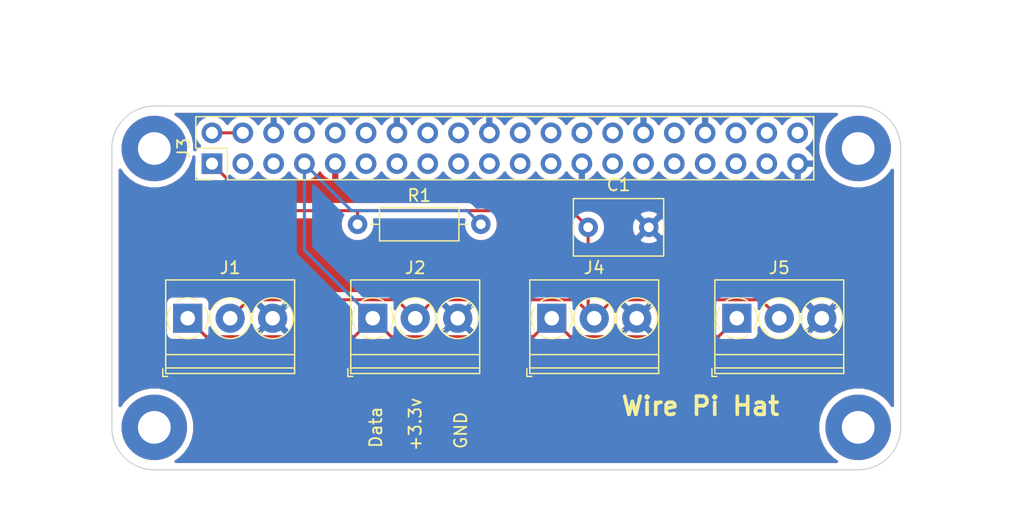
<source format=kicad_pcb>
(kicad_pcb (version 20171130) (host pcbnew "(5.1.8)-1")

  (general
    (thickness 1.6)
    (drawings 19)
    (tracks 32)
    (zones 0)
    (modules 11)
    (nets 33)
  )

  (page A4)
  (layers
    (0 F.Cu signal hide)
    (31 B.Cu signal)
    (32 B.Adhes user)
    (33 F.Adhes user)
    (34 B.Paste user)
    (35 F.Paste user)
    (36 B.SilkS user)
    (37 F.SilkS user)
    (38 B.Mask user)
    (39 F.Mask user)
    (40 Dwgs.User user)
    (41 Cmts.User user)
    (42 Eco1.User user)
    (43 Eco2.User user)
    (44 Edge.Cuts user)
    (45 Margin user)
    (46 B.CrtYd user)
    (47 F.CrtYd user)
    (48 B.Fab user)
    (49 F.Fab user)
  )

  (setup
    (last_trace_width 0.25)
    (user_trace_width 0.3)
    (user_trace_width 0.4)
    (user_trace_width 1.5)
    (user_trace_width 3)
    (trace_clearance 0.2)
    (zone_clearance 0.508)
    (zone_45_only no)
    (trace_min 0.2)
    (via_size 0.8)
    (via_drill 0.4)
    (via_min_size 0.4)
    (via_min_drill 0.3)
    (uvia_size 0.3)
    (uvia_drill 0.1)
    (uvias_allowed no)
    (uvia_min_size 0.2)
    (uvia_min_drill 0.1)
    (edge_width 0.05)
    (segment_width 0.2)
    (pcb_text_width 0.3)
    (pcb_text_size 1.5 1.5)
    (mod_edge_width 0.12)
    (mod_text_size 1 1)
    (mod_text_width 0.15)
    (pad_size 1.524 1.524)
    (pad_drill 0.762)
    (pad_to_mask_clearance 0)
    (aux_axis_origin 0 0)
    (visible_elements 7FFFFFFF)
    (pcbplotparams
      (layerselection 0x010fc_ffffffff)
      (usegerberextensions false)
      (usegerberattributes true)
      (usegerberadvancedattributes true)
      (creategerberjobfile true)
      (excludeedgelayer true)
      (linewidth 0.100000)
      (plotframeref false)
      (viasonmask false)
      (mode 1)
      (useauxorigin false)
      (hpglpennumber 1)
      (hpglpenspeed 20)
      (hpglpendiameter 15.000000)
      (psnegative false)
      (psa4output false)
      (plotreference true)
      (plotvalue true)
      (plotinvisibletext false)
      (padsonsilk false)
      (subtractmaskfromsilk false)
      (outputformat 1)
      (mirror false)
      (drillshape 0)
      (scaleselection 1)
      (outputdirectory "./"))
  )

  (net 0 "")
  (net 1 +5V)
  (net 2 "Net-(J3-Pad40)")
  (net 3 "Net-(J3-Pad38)")
  (net 4 "Net-(J3-Pad37)")
  (net 5 "Net-(J3-Pad36)")
  (net 6 "Net-(J3-Pad35)")
  (net 7 "Net-(J3-Pad33)")
  (net 8 "Net-(J3-Pad32)")
  (net 9 "Net-(J3-Pad31)")
  (net 10 "Net-(J3-Pad29)")
  (net 11 "Net-(J3-Pad28)")
  (net 12 "Net-(J3-Pad27)")
  (net 13 "Net-(J3-Pad26)")
  (net 14 "Net-(J3-Pad24)")
  (net 15 "Net-(J3-Pad23)")
  (net 16 "Net-(J3-Pad22)")
  (net 17 "Net-(J3-Pad21)")
  (net 18 "Net-(J3-Pad19)")
  (net 19 "Net-(J3-Pad18)")
  (net 20 "Net-(J3-Pad17)")
  (net 21 "Net-(J3-Pad16)")
  (net 22 "Net-(J3-Pad15)")
  (net 23 "Net-(J3-Pad13)")
  (net 24 "Net-(J3-Pad12)")
  (net 25 "Net-(J3-Pad11)")
  (net 26 "Net-(J3-Pad10)")
  (net 27 "Net-(J3-Pad8)")
  (net 28 "Net-(J3-Pad5)")
  (net 29 "Net-(J3-Pad3)")
  (net 30 GND)
  (net 31 +3V3)
  (net 32 "Net-(J1-Pad1)")

  (net_class Default "This is the default net class."
    (clearance 0.2)
    (trace_width 0.25)
    (via_dia 0.8)
    (via_drill 0.4)
    (uvia_dia 0.3)
    (uvia_drill 0.1)
    (add_net +3V3)
    (add_net +5V)
    (add_net GND)
    (add_net "Net-(J1-Pad1)")
    (add_net "Net-(J3-Pad10)")
    (add_net "Net-(J3-Pad11)")
    (add_net "Net-(J3-Pad12)")
    (add_net "Net-(J3-Pad13)")
    (add_net "Net-(J3-Pad15)")
    (add_net "Net-(J3-Pad16)")
    (add_net "Net-(J3-Pad17)")
    (add_net "Net-(J3-Pad18)")
    (add_net "Net-(J3-Pad19)")
    (add_net "Net-(J3-Pad21)")
    (add_net "Net-(J3-Pad22)")
    (add_net "Net-(J3-Pad23)")
    (add_net "Net-(J3-Pad24)")
    (add_net "Net-(J3-Pad26)")
    (add_net "Net-(J3-Pad27)")
    (add_net "Net-(J3-Pad28)")
    (add_net "Net-(J3-Pad29)")
    (add_net "Net-(J3-Pad3)")
    (add_net "Net-(J3-Pad31)")
    (add_net "Net-(J3-Pad32)")
    (add_net "Net-(J3-Pad33)")
    (add_net "Net-(J3-Pad35)")
    (add_net "Net-(J3-Pad36)")
    (add_net "Net-(J3-Pad37)")
    (add_net "Net-(J3-Pad38)")
    (add_net "Net-(J3-Pad40)")
    (add_net "Net-(J3-Pad5)")
    (add_net "Net-(J3-Pad8)")
  )

  (module Resistor_THT:R_Axial_DIN0207_L6.3mm_D2.5mm_P10.16mm_Horizontal (layer F.Cu) (tedit 5AE5139B) (tstamp 62338283)
    (at 70.25 45.25)
    (descr "Resistor, Axial_DIN0207 series, Axial, Horizontal, pin pitch=10.16mm, 0.25W = 1/4W, length*diameter=6.3*2.5mm^2, http://cdn-reichelt.de/documents/datenblatt/B400/1_4W%23YAG.pdf")
    (tags "Resistor Axial_DIN0207 series Axial Horizontal pin pitch 10.16mm 0.25W = 1/4W length 6.3mm diameter 2.5mm")
    (path /62338863)
    (fp_text reference R1 (at 5.08 -2.37) (layer F.SilkS)
      (effects (font (size 1 1) (thickness 0.15)))
    )
    (fp_text value R (at 5.08 2.37) (layer F.Fab)
      (effects (font (size 1 1) (thickness 0.15)))
    )
    (fp_text user %R (at 5.08 0) (layer F.Fab)
      (effects (font (size 1 1) (thickness 0.15)))
    )
    (fp_line (start 1.93 -1.25) (end 1.93 1.25) (layer F.Fab) (width 0.1))
    (fp_line (start 1.93 1.25) (end 8.23 1.25) (layer F.Fab) (width 0.1))
    (fp_line (start 8.23 1.25) (end 8.23 -1.25) (layer F.Fab) (width 0.1))
    (fp_line (start 8.23 -1.25) (end 1.93 -1.25) (layer F.Fab) (width 0.1))
    (fp_line (start 0 0) (end 1.93 0) (layer F.Fab) (width 0.1))
    (fp_line (start 10.16 0) (end 8.23 0) (layer F.Fab) (width 0.1))
    (fp_line (start 1.81 -1.37) (end 1.81 1.37) (layer F.SilkS) (width 0.12))
    (fp_line (start 1.81 1.37) (end 8.35 1.37) (layer F.SilkS) (width 0.12))
    (fp_line (start 8.35 1.37) (end 8.35 -1.37) (layer F.SilkS) (width 0.12))
    (fp_line (start 8.35 -1.37) (end 1.81 -1.37) (layer F.SilkS) (width 0.12))
    (fp_line (start 1.04 0) (end 1.81 0) (layer F.SilkS) (width 0.12))
    (fp_line (start 9.12 0) (end 8.35 0) (layer F.SilkS) (width 0.12))
    (fp_line (start -1.05 -1.5) (end -1.05 1.5) (layer F.CrtYd) (width 0.05))
    (fp_line (start -1.05 1.5) (end 11.21 1.5) (layer F.CrtYd) (width 0.05))
    (fp_line (start 11.21 1.5) (end 11.21 -1.5) (layer F.CrtYd) (width 0.05))
    (fp_line (start 11.21 -1.5) (end -1.05 -1.5) (layer F.CrtYd) (width 0.05))
    (pad 2 thru_hole oval (at 10.16 0) (size 1.6 1.6) (drill 0.8) (layers *.Cu *.Mask)
      (net 32 "Net-(J1-Pad1)"))
    (pad 1 thru_hole circle (at 0 0) (size 1.6 1.6) (drill 0.8) (layers *.Cu *.Mask)
      (net 31 +3V3))
    (model ${KISYS3DMOD}/Resistor_THT.3dshapes/R_Axial_DIN0207_L6.3mm_D2.5mm_P10.16mm_Horizontal.wrl
      (at (xyz 0 0 0))
      (scale (xyz 1 1 1))
      (rotate (xyz 0 0 0))
    )
  )

  (module TerminalBlock_Phoenix:TerminalBlock_Phoenix_PT-1,5-3-3.5-H_1x03_P3.50mm_Horizontal (layer F.Cu) (tedit 5B294F3F) (tstamp 6233826C)
    (at 101.5 53)
    (descr "Terminal Block Phoenix PT-1,5-3-3.5-H, 3 pins, pitch 3.5mm, size 10.5x7.6mm^2, drill diamater 1.2mm, pad diameter 2.4mm, see , script-generated using https://github.com/pointhi/kicad-footprint-generator/scripts/TerminalBlock_Phoenix")
    (tags "THT Terminal Block Phoenix PT-1,5-3-3.5-H pitch 3.5mm size 10.5x7.6mm^2 drill 1.2mm pad 2.4mm")
    (path /6233F680)
    (fp_text reference J5 (at 3.5 -4.16) (layer F.SilkS)
      (effects (font (size 1 1) (thickness 0.15)))
    )
    (fp_text value Conn_01x03_Male (at 3.5 5.56) (layer F.Fab)
      (effects (font (size 1 1) (thickness 0.15)))
    )
    (fp_text user %R (at 3.5 2.4) (layer F.Fab)
      (effects (font (size 1 1) (thickness 0.15)))
    )
    (fp_arc (start 0 0) (end -0.866 1.44) (angle -32) (layer F.SilkS) (width 0.12))
    (fp_arc (start 0 0) (end -1.44 -0.866) (angle -63) (layer F.SilkS) (width 0.12))
    (fp_arc (start 0 0) (end 0.866 -1.44) (angle -63) (layer F.SilkS) (width 0.12))
    (fp_arc (start 0 0) (end 1.425 0.891) (angle -64) (layer F.SilkS) (width 0.12))
    (fp_arc (start 0 0) (end 0 1.68) (angle -32) (layer F.SilkS) (width 0.12))
    (fp_circle (center 0 0) (end 1.5 0) (layer F.Fab) (width 0.1))
    (fp_circle (center 3.5 0) (end 5 0) (layer F.Fab) (width 0.1))
    (fp_circle (center 3.5 0) (end 5.18 0) (layer F.SilkS) (width 0.12))
    (fp_circle (center 7 0) (end 8.5 0) (layer F.Fab) (width 0.1))
    (fp_circle (center 7 0) (end 8.68 0) (layer F.SilkS) (width 0.12))
    (fp_line (start -1.75 -3.1) (end 8.75 -3.1) (layer F.Fab) (width 0.1))
    (fp_line (start 8.75 -3.1) (end 8.75 4.5) (layer F.Fab) (width 0.1))
    (fp_line (start 8.75 4.5) (end -1.35 4.5) (layer F.Fab) (width 0.1))
    (fp_line (start -1.35 4.5) (end -1.75 4.1) (layer F.Fab) (width 0.1))
    (fp_line (start -1.75 4.1) (end -1.75 -3.1) (layer F.Fab) (width 0.1))
    (fp_line (start -1.75 4.1) (end 8.75 4.1) (layer F.Fab) (width 0.1))
    (fp_line (start -1.81 4.1) (end 8.81 4.1) (layer F.SilkS) (width 0.12))
    (fp_line (start -1.75 3) (end 8.75 3) (layer F.Fab) (width 0.1))
    (fp_line (start -1.81 3) (end 8.81 3) (layer F.SilkS) (width 0.12))
    (fp_line (start -1.81 -3.16) (end 8.81 -3.16) (layer F.SilkS) (width 0.12))
    (fp_line (start -1.81 4.56) (end 8.81 4.56) (layer F.SilkS) (width 0.12))
    (fp_line (start -1.81 -3.16) (end -1.81 4.56) (layer F.SilkS) (width 0.12))
    (fp_line (start 8.81 -3.16) (end 8.81 4.56) (layer F.SilkS) (width 0.12))
    (fp_line (start 1.138 -0.955) (end -0.955 1.138) (layer F.Fab) (width 0.1))
    (fp_line (start 0.955 -1.138) (end -1.138 0.955) (layer F.Fab) (width 0.1))
    (fp_line (start 4.638 -0.955) (end 2.546 1.138) (layer F.Fab) (width 0.1))
    (fp_line (start 4.455 -1.138) (end 2.363 0.955) (layer F.Fab) (width 0.1))
    (fp_line (start 4.775 -1.069) (end 4.646 -0.941) (layer F.SilkS) (width 0.12))
    (fp_line (start 2.525 1.181) (end 2.431 1.274) (layer F.SilkS) (width 0.12))
    (fp_line (start 4.57 -1.275) (end 4.476 -1.181) (layer F.SilkS) (width 0.12))
    (fp_line (start 2.355 0.941) (end 2.226 1.069) (layer F.SilkS) (width 0.12))
    (fp_line (start 8.138 -0.955) (end 6.046 1.138) (layer F.Fab) (width 0.1))
    (fp_line (start 7.955 -1.138) (end 5.863 0.955) (layer F.Fab) (width 0.1))
    (fp_line (start 8.275 -1.069) (end 8.146 -0.941) (layer F.SilkS) (width 0.12))
    (fp_line (start 6.025 1.181) (end 5.931 1.274) (layer F.SilkS) (width 0.12))
    (fp_line (start 8.07 -1.275) (end 7.976 -1.181) (layer F.SilkS) (width 0.12))
    (fp_line (start 5.855 0.941) (end 5.726 1.069) (layer F.SilkS) (width 0.12))
    (fp_line (start -2.05 4.16) (end -2.05 4.8) (layer F.SilkS) (width 0.12))
    (fp_line (start -2.05 4.8) (end -1.65 4.8) (layer F.SilkS) (width 0.12))
    (fp_line (start -2.25 -3.6) (end -2.25 5) (layer F.CrtYd) (width 0.05))
    (fp_line (start -2.25 5) (end 9.25 5) (layer F.CrtYd) (width 0.05))
    (fp_line (start 9.25 5) (end 9.25 -3.6) (layer F.CrtYd) (width 0.05))
    (fp_line (start 9.25 -3.6) (end -2.25 -3.6) (layer F.CrtYd) (width 0.05))
    (pad 3 thru_hole circle (at 7 0) (size 2.4 2.4) (drill 1.2) (layers *.Cu *.Mask)
      (net 30 GND))
    (pad 2 thru_hole circle (at 3.5 0) (size 2.4 2.4) (drill 1.2) (layers *.Cu *.Mask)
      (net 31 +3V3))
    (pad 1 thru_hole rect (at 0 0) (size 2.4 2.4) (drill 1.2) (layers *.Cu *.Mask)
      (net 32 "Net-(J1-Pad1)"))
    (model ${KISYS3DMOD}/TerminalBlock_Phoenix.3dshapes/TerminalBlock_Phoenix_PT-1,5-3-3.5-H_1x03_P3.50mm_Horizontal.wrl
      (at (xyz 0 0 0))
      (scale (xyz 1 1 1))
      (rotate (xyz 0 0 0))
    )
  )

  (module TerminalBlock_Phoenix:TerminalBlock_Phoenix_PT-1,5-3-3.5-H_1x03_P3.50mm_Horizontal (layer F.Cu) (tedit 5B294F3F) (tstamp 62338239)
    (at 86.25 53)
    (descr "Terminal Block Phoenix PT-1,5-3-3.5-H, 3 pins, pitch 3.5mm, size 10.5x7.6mm^2, drill diamater 1.2mm, pad diameter 2.4mm, see , script-generated using https://github.com/pointhi/kicad-footprint-generator/scripts/TerminalBlock_Phoenix")
    (tags "THT Terminal Block Phoenix PT-1,5-3-3.5-H pitch 3.5mm size 10.5x7.6mm^2 drill 1.2mm pad 2.4mm")
    (path /6233D7B0)
    (fp_text reference J4 (at 3.5 -4.16) (layer F.SilkS)
      (effects (font (size 1 1) (thickness 0.15)))
    )
    (fp_text value Conn_01x03_Male (at 3.5 5.56) (layer F.Fab)
      (effects (font (size 1 1) (thickness 0.15)))
    )
    (fp_text user %R (at 3.5 2.4) (layer F.Fab)
      (effects (font (size 1 1) (thickness 0.15)))
    )
    (fp_arc (start 0 0) (end -0.866 1.44) (angle -32) (layer F.SilkS) (width 0.12))
    (fp_arc (start 0 0) (end -1.44 -0.866) (angle -63) (layer F.SilkS) (width 0.12))
    (fp_arc (start 0 0) (end 0.866 -1.44) (angle -63) (layer F.SilkS) (width 0.12))
    (fp_arc (start 0 0) (end 1.425 0.891) (angle -64) (layer F.SilkS) (width 0.12))
    (fp_arc (start 0 0) (end 0 1.68) (angle -32) (layer F.SilkS) (width 0.12))
    (fp_circle (center 0 0) (end 1.5 0) (layer F.Fab) (width 0.1))
    (fp_circle (center 3.5 0) (end 5 0) (layer F.Fab) (width 0.1))
    (fp_circle (center 3.5 0) (end 5.18 0) (layer F.SilkS) (width 0.12))
    (fp_circle (center 7 0) (end 8.5 0) (layer F.Fab) (width 0.1))
    (fp_circle (center 7 0) (end 8.68 0) (layer F.SilkS) (width 0.12))
    (fp_line (start -1.75 -3.1) (end 8.75 -3.1) (layer F.Fab) (width 0.1))
    (fp_line (start 8.75 -3.1) (end 8.75 4.5) (layer F.Fab) (width 0.1))
    (fp_line (start 8.75 4.5) (end -1.35 4.5) (layer F.Fab) (width 0.1))
    (fp_line (start -1.35 4.5) (end -1.75 4.1) (layer F.Fab) (width 0.1))
    (fp_line (start -1.75 4.1) (end -1.75 -3.1) (layer F.Fab) (width 0.1))
    (fp_line (start -1.75 4.1) (end 8.75 4.1) (layer F.Fab) (width 0.1))
    (fp_line (start -1.81 4.1) (end 8.81 4.1) (layer F.SilkS) (width 0.12))
    (fp_line (start -1.75 3) (end 8.75 3) (layer F.Fab) (width 0.1))
    (fp_line (start -1.81 3) (end 8.81 3) (layer F.SilkS) (width 0.12))
    (fp_line (start -1.81 -3.16) (end 8.81 -3.16) (layer F.SilkS) (width 0.12))
    (fp_line (start -1.81 4.56) (end 8.81 4.56) (layer F.SilkS) (width 0.12))
    (fp_line (start -1.81 -3.16) (end -1.81 4.56) (layer F.SilkS) (width 0.12))
    (fp_line (start 8.81 -3.16) (end 8.81 4.56) (layer F.SilkS) (width 0.12))
    (fp_line (start 1.138 -0.955) (end -0.955 1.138) (layer F.Fab) (width 0.1))
    (fp_line (start 0.955 -1.138) (end -1.138 0.955) (layer F.Fab) (width 0.1))
    (fp_line (start 4.638 -0.955) (end 2.546 1.138) (layer F.Fab) (width 0.1))
    (fp_line (start 4.455 -1.138) (end 2.363 0.955) (layer F.Fab) (width 0.1))
    (fp_line (start 4.775 -1.069) (end 4.646 -0.941) (layer F.SilkS) (width 0.12))
    (fp_line (start 2.525 1.181) (end 2.431 1.274) (layer F.SilkS) (width 0.12))
    (fp_line (start 4.57 -1.275) (end 4.476 -1.181) (layer F.SilkS) (width 0.12))
    (fp_line (start 2.355 0.941) (end 2.226 1.069) (layer F.SilkS) (width 0.12))
    (fp_line (start 8.138 -0.955) (end 6.046 1.138) (layer F.Fab) (width 0.1))
    (fp_line (start 7.955 -1.138) (end 5.863 0.955) (layer F.Fab) (width 0.1))
    (fp_line (start 8.275 -1.069) (end 8.146 -0.941) (layer F.SilkS) (width 0.12))
    (fp_line (start 6.025 1.181) (end 5.931 1.274) (layer F.SilkS) (width 0.12))
    (fp_line (start 8.07 -1.275) (end 7.976 -1.181) (layer F.SilkS) (width 0.12))
    (fp_line (start 5.855 0.941) (end 5.726 1.069) (layer F.SilkS) (width 0.12))
    (fp_line (start -2.05 4.16) (end -2.05 4.8) (layer F.SilkS) (width 0.12))
    (fp_line (start -2.05 4.8) (end -1.65 4.8) (layer F.SilkS) (width 0.12))
    (fp_line (start -2.25 -3.6) (end -2.25 5) (layer F.CrtYd) (width 0.05))
    (fp_line (start -2.25 5) (end 9.25 5) (layer F.CrtYd) (width 0.05))
    (fp_line (start 9.25 5) (end 9.25 -3.6) (layer F.CrtYd) (width 0.05))
    (fp_line (start 9.25 -3.6) (end -2.25 -3.6) (layer F.CrtYd) (width 0.05))
    (pad 3 thru_hole circle (at 7 0) (size 2.4 2.4) (drill 1.2) (layers *.Cu *.Mask)
      (net 30 GND))
    (pad 2 thru_hole circle (at 3.5 0) (size 2.4 2.4) (drill 1.2) (layers *.Cu *.Mask)
      (net 31 +3V3))
    (pad 1 thru_hole rect (at 0 0) (size 2.4 2.4) (drill 1.2) (layers *.Cu *.Mask)
      (net 32 "Net-(J1-Pad1)"))
    (model ${KISYS3DMOD}/TerminalBlock_Phoenix.3dshapes/TerminalBlock_Phoenix_PT-1,5-3-3.5-H_1x03_P3.50mm_Horizontal.wrl
      (at (xyz 0 0 0))
      (scale (xyz 1 1 1))
      (rotate (xyz 0 0 0))
    )
  )

  (module TerminalBlock_Phoenix:TerminalBlock_Phoenix_PT-1,5-3-3.5-H_1x03_P3.50mm_Horizontal (layer F.Cu) (tedit 5B294F3F) (tstamp 6233818C)
    (at 71.5 53)
    (descr "Terminal Block Phoenix PT-1,5-3-3.5-H, 3 pins, pitch 3.5mm, size 10.5x7.6mm^2, drill diamater 1.2mm, pad diameter 2.4mm, see , script-generated using https://github.com/pointhi/kicad-footprint-generator/scripts/TerminalBlock_Phoenix")
    (tags "THT Terminal Block Phoenix PT-1,5-3-3.5-H pitch 3.5mm size 10.5x7.6mm^2 drill 1.2mm pad 2.4mm")
    (path /6233F171)
    (fp_text reference J2 (at 3.5 -4.16) (layer F.SilkS)
      (effects (font (size 1 1) (thickness 0.15)))
    )
    (fp_text value Conn_01x03_Male (at 3.5 5.56) (layer F.Fab)
      (effects (font (size 1 1) (thickness 0.15)))
    )
    (fp_text user %R (at 3.5 2.4) (layer F.Fab)
      (effects (font (size 1 1) (thickness 0.15)))
    )
    (fp_arc (start 0 0) (end -0.866 1.44) (angle -32) (layer F.SilkS) (width 0.12))
    (fp_arc (start 0 0) (end -1.44 -0.866) (angle -63) (layer F.SilkS) (width 0.12))
    (fp_arc (start 0 0) (end 0.866 -1.44) (angle -63) (layer F.SilkS) (width 0.12))
    (fp_arc (start 0 0) (end 1.425 0.891) (angle -64) (layer F.SilkS) (width 0.12))
    (fp_arc (start 0 0) (end 0 1.68) (angle -32) (layer F.SilkS) (width 0.12))
    (fp_circle (center 0 0) (end 1.5 0) (layer F.Fab) (width 0.1))
    (fp_circle (center 3.5 0) (end 5 0) (layer F.Fab) (width 0.1))
    (fp_circle (center 3.5 0) (end 5.18 0) (layer F.SilkS) (width 0.12))
    (fp_circle (center 7 0) (end 8.5 0) (layer F.Fab) (width 0.1))
    (fp_circle (center 7 0) (end 8.68 0) (layer F.SilkS) (width 0.12))
    (fp_line (start -1.75 -3.1) (end 8.75 -3.1) (layer F.Fab) (width 0.1))
    (fp_line (start 8.75 -3.1) (end 8.75 4.5) (layer F.Fab) (width 0.1))
    (fp_line (start 8.75 4.5) (end -1.35 4.5) (layer F.Fab) (width 0.1))
    (fp_line (start -1.35 4.5) (end -1.75 4.1) (layer F.Fab) (width 0.1))
    (fp_line (start -1.75 4.1) (end -1.75 -3.1) (layer F.Fab) (width 0.1))
    (fp_line (start -1.75 4.1) (end 8.75 4.1) (layer F.Fab) (width 0.1))
    (fp_line (start -1.81 4.1) (end 8.81 4.1) (layer F.SilkS) (width 0.12))
    (fp_line (start -1.75 3) (end 8.75 3) (layer F.Fab) (width 0.1))
    (fp_line (start -1.81 3) (end 8.81 3) (layer F.SilkS) (width 0.12))
    (fp_line (start -1.81 -3.16) (end 8.81 -3.16) (layer F.SilkS) (width 0.12))
    (fp_line (start -1.81 4.56) (end 8.81 4.56) (layer F.SilkS) (width 0.12))
    (fp_line (start -1.81 -3.16) (end -1.81 4.56) (layer F.SilkS) (width 0.12))
    (fp_line (start 8.81 -3.16) (end 8.81 4.56) (layer F.SilkS) (width 0.12))
    (fp_line (start 1.138 -0.955) (end -0.955 1.138) (layer F.Fab) (width 0.1))
    (fp_line (start 0.955 -1.138) (end -1.138 0.955) (layer F.Fab) (width 0.1))
    (fp_line (start 4.638 -0.955) (end 2.546 1.138) (layer F.Fab) (width 0.1))
    (fp_line (start 4.455 -1.138) (end 2.363 0.955) (layer F.Fab) (width 0.1))
    (fp_line (start 4.775 -1.069) (end 4.646 -0.941) (layer F.SilkS) (width 0.12))
    (fp_line (start 2.525 1.181) (end 2.431 1.274) (layer F.SilkS) (width 0.12))
    (fp_line (start 4.57 -1.275) (end 4.476 -1.181) (layer F.SilkS) (width 0.12))
    (fp_line (start 2.355 0.941) (end 2.226 1.069) (layer F.SilkS) (width 0.12))
    (fp_line (start 8.138 -0.955) (end 6.046 1.138) (layer F.Fab) (width 0.1))
    (fp_line (start 7.955 -1.138) (end 5.863 0.955) (layer F.Fab) (width 0.1))
    (fp_line (start 8.275 -1.069) (end 8.146 -0.941) (layer F.SilkS) (width 0.12))
    (fp_line (start 6.025 1.181) (end 5.931 1.274) (layer F.SilkS) (width 0.12))
    (fp_line (start 8.07 -1.275) (end 7.976 -1.181) (layer F.SilkS) (width 0.12))
    (fp_line (start 5.855 0.941) (end 5.726 1.069) (layer F.SilkS) (width 0.12))
    (fp_line (start -2.05 4.16) (end -2.05 4.8) (layer F.SilkS) (width 0.12))
    (fp_line (start -2.05 4.8) (end -1.65 4.8) (layer F.SilkS) (width 0.12))
    (fp_line (start -2.25 -3.6) (end -2.25 5) (layer F.CrtYd) (width 0.05))
    (fp_line (start -2.25 5) (end 9.25 5) (layer F.CrtYd) (width 0.05))
    (fp_line (start 9.25 5) (end 9.25 -3.6) (layer F.CrtYd) (width 0.05))
    (fp_line (start 9.25 -3.6) (end -2.25 -3.6) (layer F.CrtYd) (width 0.05))
    (pad 3 thru_hole circle (at 7 0) (size 2.4 2.4) (drill 1.2) (layers *.Cu *.Mask)
      (net 30 GND))
    (pad 2 thru_hole circle (at 3.5 0) (size 2.4 2.4) (drill 1.2) (layers *.Cu *.Mask)
      (net 31 +3V3))
    (pad 1 thru_hole rect (at 0 0) (size 2.4 2.4) (drill 1.2) (layers *.Cu *.Mask)
      (net 32 "Net-(J1-Pad1)"))
    (model ${KISYS3DMOD}/TerminalBlock_Phoenix.3dshapes/TerminalBlock_Phoenix_PT-1,5-3-3.5-H_1x03_P3.50mm_Horizontal.wrl
      (at (xyz 0 0 0))
      (scale (xyz 1 1 1))
      (rotate (xyz 0 0 0))
    )
  )

  (module TerminalBlock_Phoenix:TerminalBlock_Phoenix_PT-1,5-3-3.5-H_1x03_P3.50mm_Horizontal (layer F.Cu) (tedit 5B294F3F) (tstamp 62338159)
    (at 56.25 53)
    (descr "Terminal Block Phoenix PT-1,5-3-3.5-H, 3 pins, pitch 3.5mm, size 10.5x7.6mm^2, drill diamater 1.2mm, pad diameter 2.4mm, see , script-generated using https://github.com/pointhi/kicad-footprint-generator/scripts/TerminalBlock_Phoenix")
    (tags "THT Terminal Block Phoenix PT-1,5-3-3.5-H pitch 3.5mm size 10.5x7.6mm^2 drill 1.2mm pad 2.4mm")
    (path /6233E69F)
    (fp_text reference J1 (at 3.5 -4.16) (layer F.SilkS)
      (effects (font (size 1 1) (thickness 0.15)))
    )
    (fp_text value Conn_01x03_Male (at 3.5 5.56) (layer F.Fab)
      (effects (font (size 1 1) (thickness 0.15)))
    )
    (fp_text user %R (at 3.5 2.4) (layer F.Fab)
      (effects (font (size 1 1) (thickness 0.15)))
    )
    (fp_arc (start 0 0) (end -0.866 1.44) (angle -32) (layer F.SilkS) (width 0.12))
    (fp_arc (start 0 0) (end -1.44 -0.866) (angle -63) (layer F.SilkS) (width 0.12))
    (fp_arc (start 0 0) (end 0.866 -1.44) (angle -63) (layer F.SilkS) (width 0.12))
    (fp_arc (start 0 0) (end 1.425 0.891) (angle -64) (layer F.SilkS) (width 0.12))
    (fp_arc (start 0 0) (end 0 1.68) (angle -32) (layer F.SilkS) (width 0.12))
    (fp_circle (center 0 0) (end 1.5 0) (layer F.Fab) (width 0.1))
    (fp_circle (center 3.5 0) (end 5 0) (layer F.Fab) (width 0.1))
    (fp_circle (center 3.5 0) (end 5.18 0) (layer F.SilkS) (width 0.12))
    (fp_circle (center 7 0) (end 8.5 0) (layer F.Fab) (width 0.1))
    (fp_circle (center 7 0) (end 8.68 0) (layer F.SilkS) (width 0.12))
    (fp_line (start -1.75 -3.1) (end 8.75 -3.1) (layer F.Fab) (width 0.1))
    (fp_line (start 8.75 -3.1) (end 8.75 4.5) (layer F.Fab) (width 0.1))
    (fp_line (start 8.75 4.5) (end -1.35 4.5) (layer F.Fab) (width 0.1))
    (fp_line (start -1.35 4.5) (end -1.75 4.1) (layer F.Fab) (width 0.1))
    (fp_line (start -1.75 4.1) (end -1.75 -3.1) (layer F.Fab) (width 0.1))
    (fp_line (start -1.75 4.1) (end 8.75 4.1) (layer F.Fab) (width 0.1))
    (fp_line (start -1.81 4.1) (end 8.81 4.1) (layer F.SilkS) (width 0.12))
    (fp_line (start -1.75 3) (end 8.75 3) (layer F.Fab) (width 0.1))
    (fp_line (start -1.81 3) (end 8.81 3) (layer F.SilkS) (width 0.12))
    (fp_line (start -1.81 -3.16) (end 8.81 -3.16) (layer F.SilkS) (width 0.12))
    (fp_line (start -1.81 4.56) (end 8.81 4.56) (layer F.SilkS) (width 0.12))
    (fp_line (start -1.81 -3.16) (end -1.81 4.56) (layer F.SilkS) (width 0.12))
    (fp_line (start 8.81 -3.16) (end 8.81 4.56) (layer F.SilkS) (width 0.12))
    (fp_line (start 1.138 -0.955) (end -0.955 1.138) (layer F.Fab) (width 0.1))
    (fp_line (start 0.955 -1.138) (end -1.138 0.955) (layer F.Fab) (width 0.1))
    (fp_line (start 4.638 -0.955) (end 2.546 1.138) (layer F.Fab) (width 0.1))
    (fp_line (start 4.455 -1.138) (end 2.363 0.955) (layer F.Fab) (width 0.1))
    (fp_line (start 4.775 -1.069) (end 4.646 -0.941) (layer F.SilkS) (width 0.12))
    (fp_line (start 2.525 1.181) (end 2.431 1.274) (layer F.SilkS) (width 0.12))
    (fp_line (start 4.57 -1.275) (end 4.476 -1.181) (layer F.SilkS) (width 0.12))
    (fp_line (start 2.355 0.941) (end 2.226 1.069) (layer F.SilkS) (width 0.12))
    (fp_line (start 8.138 -0.955) (end 6.046 1.138) (layer F.Fab) (width 0.1))
    (fp_line (start 7.955 -1.138) (end 5.863 0.955) (layer F.Fab) (width 0.1))
    (fp_line (start 8.275 -1.069) (end 8.146 -0.941) (layer F.SilkS) (width 0.12))
    (fp_line (start 6.025 1.181) (end 5.931 1.274) (layer F.SilkS) (width 0.12))
    (fp_line (start 8.07 -1.275) (end 7.976 -1.181) (layer F.SilkS) (width 0.12))
    (fp_line (start 5.855 0.941) (end 5.726 1.069) (layer F.SilkS) (width 0.12))
    (fp_line (start -2.05 4.16) (end -2.05 4.8) (layer F.SilkS) (width 0.12))
    (fp_line (start -2.05 4.8) (end -1.65 4.8) (layer F.SilkS) (width 0.12))
    (fp_line (start -2.25 -3.6) (end -2.25 5) (layer F.CrtYd) (width 0.05))
    (fp_line (start -2.25 5) (end 9.25 5) (layer F.CrtYd) (width 0.05))
    (fp_line (start 9.25 5) (end 9.25 -3.6) (layer F.CrtYd) (width 0.05))
    (fp_line (start 9.25 -3.6) (end -2.25 -3.6) (layer F.CrtYd) (width 0.05))
    (pad 3 thru_hole circle (at 7 0) (size 2.4 2.4) (drill 1.2) (layers *.Cu *.Mask)
      (net 30 GND))
    (pad 2 thru_hole circle (at 3.5 0) (size 2.4 2.4) (drill 1.2) (layers *.Cu *.Mask)
      (net 31 +3V3))
    (pad 1 thru_hole rect (at 0 0) (size 2.4 2.4) (drill 1.2) (layers *.Cu *.Mask)
      (net 32 "Net-(J1-Pad1)"))
    (model ${KISYS3DMOD}/TerminalBlock_Phoenix.3dshapes/TerminalBlock_Phoenix_PT-1,5-3-3.5-H_1x03_P3.50mm_Horizontal.wrl
      (at (xyz 0 0 0))
      (scale (xyz 1 1 1))
      (rotate (xyz 0 0 0))
    )
  )

  (module Capacitor_THT:C_Rect_L7.2mm_W4.5mm_P5.00mm_FKS2_FKP2_MKS2_MKP2 (layer F.Cu) (tedit 5AE50EF0) (tstamp 623380EE)
    (at 89.25 45.5)
    (descr "C, Rect series, Radial, pin pitch=5.00mm, , length*width=7.2*4.5mm^2, Capacitor, http://www.wima.com/EN/WIMA_FKS_2.pdf")
    (tags "C Rect series Radial pin pitch 5.00mm  length 7.2mm width 4.5mm Capacitor")
    (path /6233A40B)
    (fp_text reference C1 (at 2.5 -3.5) (layer F.SilkS)
      (effects (font (size 1 1) (thickness 0.15)))
    )
    (fp_text value C (at 2.5 3.5) (layer F.Fab)
      (effects (font (size 1 1) (thickness 0.15)))
    )
    (fp_text user %R (at 2.5 0) (layer F.Fab)
      (effects (font (size 1 1) (thickness 0.15)))
    )
    (fp_line (start -1.1 -2.25) (end -1.1 2.25) (layer F.Fab) (width 0.1))
    (fp_line (start -1.1 2.25) (end 6.1 2.25) (layer F.Fab) (width 0.1))
    (fp_line (start 6.1 2.25) (end 6.1 -2.25) (layer F.Fab) (width 0.1))
    (fp_line (start 6.1 -2.25) (end -1.1 -2.25) (layer F.Fab) (width 0.1))
    (fp_line (start -1.22 -2.37) (end 6.22 -2.37) (layer F.SilkS) (width 0.12))
    (fp_line (start -1.22 2.37) (end 6.22 2.37) (layer F.SilkS) (width 0.12))
    (fp_line (start -1.22 -2.37) (end -1.22 2.37) (layer F.SilkS) (width 0.12))
    (fp_line (start 6.22 -2.37) (end 6.22 2.37) (layer F.SilkS) (width 0.12))
    (fp_line (start -1.35 -2.5) (end -1.35 2.5) (layer F.CrtYd) (width 0.05))
    (fp_line (start -1.35 2.5) (end 6.35 2.5) (layer F.CrtYd) (width 0.05))
    (fp_line (start 6.35 2.5) (end 6.35 -2.5) (layer F.CrtYd) (width 0.05))
    (fp_line (start 6.35 -2.5) (end -1.35 -2.5) (layer F.CrtYd) (width 0.05))
    (pad 2 thru_hole circle (at 5 0) (size 1.6 1.6) (drill 0.8) (layers *.Cu *.Mask)
      (net 30 GND))
    (pad 1 thru_hole circle (at 0 0) (size 1.6 1.6) (drill 0.8) (layers *.Cu *.Mask)
      (net 31 +3V3))
    (model ${KISYS3DMOD}/Capacitor_THT.3dshapes/C_Rect_L7.2mm_W4.5mm_P5.00mm_FKS2_FKP2_MKS2_MKP2.wrl
      (at (xyz 0 0 0))
      (scale (xyz 1 1 1))
      (rotate (xyz 0 0 0))
    )
  )

  (module MountingHole:MountingHole_2.7mm_M2.5_Pad (layer F.Cu) (tedit 56D1B4CB) (tstamp 615372E6)
    (at 111.5 62)
    (descr "Mounting Hole 2.7mm, M2.5")
    (tags "mounting hole 2.7mm m2.5")
    (path /6153B6EF)
    (attr virtual)
    (fp_text reference H4 (at 0 -3.7) (layer F.SilkS) hide
      (effects (font (size 1 1) (thickness 0.15)))
    )
    (fp_text value MountingHole (at 0 3.7) (layer F.Fab)
      (effects (font (size 1 1) (thickness 0.15)))
    )
    (fp_circle (center 0 0) (end 2.95 0) (layer F.CrtYd) (width 0.05))
    (fp_circle (center 0 0) (end 2.7 0) (layer Cmts.User) (width 0.15))
    (fp_text user %R (at 0.3 0) (layer F.Fab)
      (effects (font (size 1 1) (thickness 0.15)))
    )
    (pad 1 thru_hole circle (at 0 0) (size 5.4 5.4) (drill 2.7) (layers *.Cu *.Mask))
  )

  (module MountingHole:MountingHole_2.7mm_M2.5_Pad (layer F.Cu) (tedit 56D1B4CB) (tstamp 615372DE)
    (at 53.5 62)
    (descr "Mounting Hole 2.7mm, M2.5")
    (tags "mounting hole 2.7mm m2.5")
    (path /6153B565)
    (attr virtual)
    (fp_text reference H3 (at 0 -3.7) (layer F.SilkS) hide
      (effects (font (size 1 1) (thickness 0.15)))
    )
    (fp_text value MountingHole (at 0 3.7) (layer F.Fab)
      (effects (font (size 1 1) (thickness 0.15)))
    )
    (fp_circle (center 0 0) (end 2.95 0) (layer F.CrtYd) (width 0.05))
    (fp_circle (center 0 0) (end 2.7 0) (layer Cmts.User) (width 0.15))
    (fp_text user %R (at 0.3 0) (layer F.Fab)
      (effects (font (size 1 1) (thickness 0.15)))
    )
    (pad 1 thru_hole circle (at 0 0) (size 5.4 5.4) (drill 2.7) (layers *.Cu *.Mask))
  )

  (module MountingHole:MountingHole_2.7mm_M2.5_Pad (layer F.Cu) (tedit 56D1B4CB) (tstamp 615372D6)
    (at 111.5 39)
    (descr "Mounting Hole 2.7mm, M2.5")
    (tags "mounting hole 2.7mm m2.5")
    (path /6153B355)
    (attr virtual)
    (fp_text reference H2 (at 0 -3.7) (layer F.SilkS) hide
      (effects (font (size 1 1) (thickness 0.15)))
    )
    (fp_text value MountingHole (at 0 3.7) (layer F.Fab)
      (effects (font (size 1 1) (thickness 0.15)))
    )
    (fp_circle (center 0 0) (end 2.95 0) (layer F.CrtYd) (width 0.05))
    (fp_circle (center 0 0) (end 2.7 0) (layer Cmts.User) (width 0.15))
    (fp_text user %R (at 0.3 0) (layer F.Fab)
      (effects (font (size 1 1) (thickness 0.15)))
    )
    (pad 1 thru_hole circle (at 0 0) (size 5.4 5.4) (drill 2.7) (layers *.Cu *.Mask))
  )

  (module MountingHole:MountingHole_2.7mm_M2.5_Pad (layer F.Cu) (tedit 56D1B4CB) (tstamp 615372CE)
    (at 53.5 39)
    (descr "Mounting Hole 2.7mm, M2.5")
    (tags "mounting hole 2.7mm m2.5")
    (path /6153AEA7)
    (attr virtual)
    (fp_text reference H1 (at 0 -3.7) (layer F.SilkS) hide
      (effects (font (size 1 1) (thickness 0.15)))
    )
    (fp_text value MountingHole (at 0 3.7) (layer F.Fab)
      (effects (font (size 1 1) (thickness 0.15)))
    )
    (fp_circle (center 0 0) (end 2.95 0) (layer F.CrtYd) (width 0.05))
    (fp_circle (center 0 0) (end 2.7 0) (layer Cmts.User) (width 0.15))
    (fp_text user %R (at 0.3 0) (layer F.Fab)
      (effects (font (size 1 1) (thickness 0.15)))
    )
    (pad 1 thru_hole circle (at 0 0) (size 5.4 5.4) (drill 2.7) (layers *.Cu *.Mask))
  )

  (module Connector_PinHeader_2.54mm:PinHeader_2x20_P2.54mm_Vertical (layer F.Cu) (tedit 59FED5CC) (tstamp 6152F998)
    (at 58.25 40.25 90)
    (descr "Through hole straight pin header, 2x20, 2.54mm pitch, double rows")
    (tags "Through hole pin header THT 2x20 2.54mm double row")
    (path /61530A30)
    (fp_text reference J3 (at 1.27 -2.33 90) (layer F.SilkS)
      (effects (font (size 1 1) (thickness 0.15)))
    )
    (fp_text value Conn_02x20_Odd_Even (at 1.27 50.59 90) (layer F.Fab)
      (effects (font (size 1 1) (thickness 0.15)))
    )
    (fp_line (start 0 -1.27) (end 3.81 -1.27) (layer F.Fab) (width 0.1))
    (fp_line (start 3.81 -1.27) (end 3.81 49.53) (layer F.Fab) (width 0.1))
    (fp_line (start 3.81 49.53) (end -1.27 49.53) (layer F.Fab) (width 0.1))
    (fp_line (start -1.27 49.53) (end -1.27 0) (layer F.Fab) (width 0.1))
    (fp_line (start -1.27 0) (end 0 -1.27) (layer F.Fab) (width 0.1))
    (fp_line (start -1.33 49.59) (end 3.87 49.59) (layer F.SilkS) (width 0.12))
    (fp_line (start -1.33 1.27) (end -1.33 49.59) (layer F.SilkS) (width 0.12))
    (fp_line (start 3.87 -1.33) (end 3.87 49.59) (layer F.SilkS) (width 0.12))
    (fp_line (start -1.33 1.27) (end 1.27 1.27) (layer F.SilkS) (width 0.12))
    (fp_line (start 1.27 1.27) (end 1.27 -1.33) (layer F.SilkS) (width 0.12))
    (fp_line (start 1.27 -1.33) (end 3.87 -1.33) (layer F.SilkS) (width 0.12))
    (fp_line (start -1.33 0) (end -1.33 -1.33) (layer F.SilkS) (width 0.12))
    (fp_line (start -1.33 -1.33) (end 0 -1.33) (layer F.SilkS) (width 0.12))
    (fp_line (start -1.8 -1.8) (end -1.8 50.05) (layer F.CrtYd) (width 0.05))
    (fp_line (start -1.8 50.05) (end 4.35 50.05) (layer F.CrtYd) (width 0.05))
    (fp_line (start 4.35 50.05) (end 4.35 -1.8) (layer F.CrtYd) (width 0.05))
    (fp_line (start 4.35 -1.8) (end -1.8 -1.8) (layer F.CrtYd) (width 0.05))
    (fp_text user %R (at 1.27 24.13) (layer F.Fab)
      (effects (font (size 1 1) (thickness 0.15)))
    )
    (pad 40 thru_hole oval (at 2.54 48.26 90) (size 1.7 1.7) (drill 1) (layers *.Cu *.Mask)
      (net 2 "Net-(J3-Pad40)"))
    (pad 39 thru_hole oval (at 0 48.26 90) (size 1.7 1.7) (drill 1) (layers *.Cu *.Mask)
      (net 30 GND))
    (pad 38 thru_hole oval (at 2.54 45.72 90) (size 1.7 1.7) (drill 1) (layers *.Cu *.Mask)
      (net 3 "Net-(J3-Pad38)"))
    (pad 37 thru_hole oval (at 0 45.72 90) (size 1.7 1.7) (drill 1) (layers *.Cu *.Mask)
      (net 4 "Net-(J3-Pad37)"))
    (pad 36 thru_hole oval (at 2.54 43.18 90) (size 1.7 1.7) (drill 1) (layers *.Cu *.Mask)
      (net 5 "Net-(J3-Pad36)"))
    (pad 35 thru_hole oval (at 0 43.18 90) (size 1.7 1.7) (drill 1) (layers *.Cu *.Mask)
      (net 6 "Net-(J3-Pad35)"))
    (pad 34 thru_hole oval (at 2.54 40.64 90) (size 1.7 1.7) (drill 1) (layers *.Cu *.Mask)
      (net 30 GND))
    (pad 33 thru_hole oval (at 0 40.64 90) (size 1.7 1.7) (drill 1) (layers *.Cu *.Mask)
      (net 7 "Net-(J3-Pad33)"))
    (pad 32 thru_hole oval (at 2.54 38.1 90) (size 1.7 1.7) (drill 1) (layers *.Cu *.Mask)
      (net 8 "Net-(J3-Pad32)"))
    (pad 31 thru_hole oval (at 0 38.1 90) (size 1.7 1.7) (drill 1) (layers *.Cu *.Mask)
      (net 9 "Net-(J3-Pad31)"))
    (pad 30 thru_hole oval (at 2.54 35.56 90) (size 1.7 1.7) (drill 1) (layers *.Cu *.Mask)
      (net 30 GND))
    (pad 29 thru_hole oval (at 0 35.56 90) (size 1.7 1.7) (drill 1) (layers *.Cu *.Mask)
      (net 10 "Net-(J3-Pad29)"))
    (pad 28 thru_hole oval (at 2.54 33.02 90) (size 1.7 1.7) (drill 1) (layers *.Cu *.Mask)
      (net 11 "Net-(J3-Pad28)"))
    (pad 27 thru_hole oval (at 0 33.02 90) (size 1.7 1.7) (drill 1) (layers *.Cu *.Mask)
      (net 12 "Net-(J3-Pad27)"))
    (pad 26 thru_hole oval (at 2.54 30.48 90) (size 1.7 1.7) (drill 1) (layers *.Cu *.Mask)
      (net 13 "Net-(J3-Pad26)"))
    (pad 25 thru_hole oval (at 0 30.48 90) (size 1.7 1.7) (drill 1) (layers *.Cu *.Mask)
      (net 30 GND))
    (pad 24 thru_hole oval (at 2.54 27.94 90) (size 1.7 1.7) (drill 1) (layers *.Cu *.Mask)
      (net 14 "Net-(J3-Pad24)"))
    (pad 23 thru_hole oval (at 0 27.94 90) (size 1.7 1.7) (drill 1) (layers *.Cu *.Mask)
      (net 15 "Net-(J3-Pad23)"))
    (pad 22 thru_hole oval (at 2.54 25.4 90) (size 1.7 1.7) (drill 1) (layers *.Cu *.Mask)
      (net 16 "Net-(J3-Pad22)"))
    (pad 21 thru_hole oval (at 0 25.4 90) (size 1.7 1.7) (drill 1) (layers *.Cu *.Mask)
      (net 17 "Net-(J3-Pad21)"))
    (pad 20 thru_hole oval (at 2.54 22.86 90) (size 1.7 1.7) (drill 1) (layers *.Cu *.Mask)
      (net 30 GND))
    (pad 19 thru_hole oval (at 0 22.86 90) (size 1.7 1.7) (drill 1) (layers *.Cu *.Mask)
      (net 18 "Net-(J3-Pad19)"))
    (pad 18 thru_hole oval (at 2.54 20.32 90) (size 1.7 1.7) (drill 1) (layers *.Cu *.Mask)
      (net 19 "Net-(J3-Pad18)"))
    (pad 17 thru_hole oval (at 0 20.32 90) (size 1.7 1.7) (drill 1) (layers *.Cu *.Mask)
      (net 20 "Net-(J3-Pad17)"))
    (pad 16 thru_hole oval (at 2.54 17.78 90) (size 1.7 1.7) (drill 1) (layers *.Cu *.Mask)
      (net 21 "Net-(J3-Pad16)"))
    (pad 15 thru_hole oval (at 0 17.78 90) (size 1.7 1.7) (drill 1) (layers *.Cu *.Mask)
      (net 22 "Net-(J3-Pad15)"))
    (pad 14 thru_hole oval (at 2.54 15.24 90) (size 1.7 1.7) (drill 1) (layers *.Cu *.Mask)
      (net 30 GND))
    (pad 13 thru_hole oval (at 0 15.24 90) (size 1.7 1.7) (drill 1) (layers *.Cu *.Mask)
      (net 23 "Net-(J3-Pad13)"))
    (pad 12 thru_hole oval (at 2.54 12.7 90) (size 1.7 1.7) (drill 1) (layers *.Cu *.Mask)
      (net 24 "Net-(J3-Pad12)"))
    (pad 11 thru_hole oval (at 0 12.7 90) (size 1.7 1.7) (drill 1) (layers *.Cu *.Mask)
      (net 25 "Net-(J3-Pad11)"))
    (pad 10 thru_hole oval (at 2.54 10.16 90) (size 1.7 1.7) (drill 1) (layers *.Cu *.Mask)
      (net 26 "Net-(J3-Pad10)"))
    (pad 9 thru_hole oval (at 0 10.16 90) (size 1.7 1.7) (drill 1) (layers *.Cu *.Mask)
      (net 30 GND))
    (pad 8 thru_hole oval (at 2.54 7.62 90) (size 1.7 1.7) (drill 1) (layers *.Cu *.Mask)
      (net 27 "Net-(J3-Pad8)"))
    (pad 7 thru_hole oval (at 0 7.62 90) (size 1.7 1.7) (drill 1) (layers *.Cu *.Mask)
      (net 32 "Net-(J1-Pad1)"))
    (pad 6 thru_hole oval (at 2.54 5.08 90) (size 1.7 1.7) (drill 1) (layers *.Cu *.Mask)
      (net 30 GND))
    (pad 5 thru_hole oval (at 0 5.08 90) (size 1.7 1.7) (drill 1) (layers *.Cu *.Mask)
      (net 28 "Net-(J3-Pad5)"))
    (pad 4 thru_hole oval (at 2.54 2.54 90) (size 1.7 1.7) (drill 1) (layers *.Cu *.Mask)
      (net 1 +5V))
    (pad 3 thru_hole oval (at 0 2.54 90) (size 1.7 1.7) (drill 1) (layers *.Cu *.Mask)
      (net 29 "Net-(J3-Pad3)"))
    (pad 2 thru_hole oval (at 2.54 0 90) (size 1.7 1.7) (drill 1) (layers *.Cu *.Mask)
      (net 1 +5V))
    (pad 1 thru_hole rect (at 0 0 90) (size 1.7 1.7) (drill 1) (layers *.Cu *.Mask)
      (net 31 +3V3))
    (model ${KISYS3DMOD}/Connector_PinHeader_2.54mm.3dshapes/PinHeader_2x20_P2.54mm_Vertical.wrl
      (at (xyz 0 0 0))
      (scale (xyz 1 1 1))
      (rotate (xyz 0 0 0))
    )
  )

  (gr_text Data (at 71.75 62 90) (layer F.SilkS)
    (effects (font (size 1 1) (thickness 0.15)))
  )
  (gr_text +3.3v (at 75 61.75 90) (layer F.SilkS)
    (effects (font (size 1 1) (thickness 0.15)))
  )
  (gr_text GND (at 78.75 62.25 90) (layer F.SilkS)
    (effects (font (size 1 1) (thickness 0.15)))
  )
  (gr_text "Wire Pi Hat" (at 98.5 60.25) (layer F.SilkS)
    (effects (font (size 1.5 1.5) (thickness 0.3)))
  )
  (dimension 65 (width 0.15) (layer Dwgs.User)
    (gr_text "65.000 mm" (at 82.5 27.45) (layer Dwgs.User)
      (effects (font (size 1 1) (thickness 0.15)))
    )
    (feature1 (pts (xy 115 35.5) (xy 115 28.163579)))
    (feature2 (pts (xy 50 35.5) (xy 50 28.163579)))
    (crossbar (pts (xy 50 28.75) (xy 115 28.75)))
    (arrow1a (pts (xy 115 28.75) (xy 113.873496 29.336421)))
    (arrow1b (pts (xy 115 28.75) (xy 113.873496 28.163579)))
    (arrow2a (pts (xy 50 28.75) (xy 51.126504 29.336421)))
    (arrow2b (pts (xy 50 28.75) (xy 51.126504 28.163579)))
  )
  (dimension 30 (width 0.15) (layer Dwgs.User)
    (gr_text "30.000 mm" (at 123.8 50.5 90) (layer Dwgs.User)
      (effects (font (size 1 1) (thickness 0.15)))
    )
    (feature1 (pts (xy 115 35.5) (xy 123.086421 35.5)))
    (feature2 (pts (xy 115 65.5) (xy 123.086421 65.5)))
    (crossbar (pts (xy 122.5 65.5) (xy 122.5 35.5)))
    (arrow1a (pts (xy 122.5 35.5) (xy 123.086421 36.626504)))
    (arrow1b (pts (xy 122.5 35.5) (xy 121.913579 36.626504)))
    (arrow2a (pts (xy 122.5 65.5) (xy 123.086421 64.373496)))
    (arrow2b (pts (xy 122.5 65.5) (xy 121.913579 64.373496)))
  )
  (gr_arc (start 53.5 39) (end 53.5 35.5) (angle -90) (layer Edge.Cuts) (width 0.1) (tstamp 61536D83))
  (gr_arc (start 53.5 62) (end 50 62) (angle -90) (layer Edge.Cuts) (width 0.1) (tstamp 61536D83))
  (gr_arc (start 111.5 62) (end 111.5 65.5) (angle -90) (layer Edge.Cuts) (width 0.1) (tstamp 61536D83))
  (gr_arc (start 111.5 39) (end 115 39) (angle -90) (layer Edge.Cuts) (width 0.1))
  (dimension 29 (width 0.15) (layer Dwgs.User)
    (gr_text "29.000 mm" (at 68 48.8) (layer Dwgs.User)
      (effects (font (size 1 1) (thickness 0.15)))
    )
    (feature1 (pts (xy 82.5 44.25) (xy 82.5 48.086421)))
    (feature2 (pts (xy 53.5 44.25) (xy 53.5 48.086421)))
    (crossbar (pts (xy 53.5 47.5) (xy 82.5 47.5)))
    (arrow1a (pts (xy 82.5 47.5) (xy 81.373496 48.086421)))
    (arrow1b (pts (xy 82.5 47.5) (xy 81.373496 46.913579)))
    (arrow2a (pts (xy 53.5 47.5) (xy 54.626504 48.086421)))
    (arrow2b (pts (xy 53.5 47.5) (xy 54.626504 46.913579)))
  )
  (dimension 23 (width 0.15) (layer Dwgs.User)
    (gr_text "23.000 mm" (at 120.05 50.5 90) (layer Dwgs.User)
      (effects (font (size 1 1) (thickness 0.15)))
    )
    (feature1 (pts (xy 115 39) (xy 119.336421 39)))
    (feature2 (pts (xy 115 62) (xy 119.336421 62)))
    (crossbar (pts (xy 118.75 62) (xy 118.75 39)))
    (arrow1a (pts (xy 118.75 39) (xy 119.336421 40.126504)))
    (arrow1b (pts (xy 118.75 39) (xy 118.163579 40.126504)))
    (arrow2a (pts (xy 118.75 62) (xy 119.336421 60.873496)))
    (arrow2b (pts (xy 118.75 62) (xy 118.163579 60.873496)))
  )
  (dimension 58 (width 0.15) (layer Dwgs.User)
    (gr_text "58.000 mm" (at 82.5 30.2) (layer Dwgs.User)
      (effects (font (size 1 1) (thickness 0.15)))
    )
    (feature1 (pts (xy 111.5 35.5) (xy 111.5 30.913579)))
    (feature2 (pts (xy 53.5 35.5) (xy 53.5 30.913579)))
    (crossbar (pts (xy 53.5 31.5) (xy 111.5 31.5)))
    (arrow1a (pts (xy 111.5 31.5) (xy 110.373496 32.086421)))
    (arrow1b (pts (xy 111.5 31.5) (xy 110.373496 30.913579)))
    (arrow2a (pts (xy 53.5 31.5) (xy 54.626504 32.086421)))
    (arrow2b (pts (xy 53.5 31.5) (xy 54.626504 30.913579)))
  )
  (dimension 3.5 (width 0.15) (layer Dwgs.User)
    (gr_text "3.500 mm" (at 51.75 71.3) (layer Dwgs.User)
      (effects (font (size 1 1) (thickness 0.15)))
    )
    (feature1 (pts (xy 53.5 65.5) (xy 53.5 70.586421)))
    (feature2 (pts (xy 50 65.5) (xy 50 70.586421)))
    (crossbar (pts (xy 50 70) (xy 53.5 70)))
    (arrow1a (pts (xy 53.5 70) (xy 52.373496 70.586421)))
    (arrow1b (pts (xy 53.5 70) (xy 52.373496 69.413579)))
    (arrow2a (pts (xy 50 70) (xy 51.126504 70.586421)))
    (arrow2b (pts (xy 50 70) (xy 51.126504 69.413579)))
  )
  (dimension 3.5 (width 0.15) (layer Dwgs.User)
    (gr_text "3.500 mm" (at 44.45 63.75 90) (layer Dwgs.User)
      (effects (font (size 1 1) (thickness 0.15)))
    )
    (feature1 (pts (xy 50 62) (xy 45.163579 62)))
    (feature2 (pts (xy 50 65.5) (xy 45.163579 65.5)))
    (crossbar (pts (xy 45.75 65.5) (xy 45.75 62)))
    (arrow1a (pts (xy 45.75 62) (xy 46.336421 63.126504)))
    (arrow1b (pts (xy 45.75 62) (xy 45.163579 63.126504)))
    (arrow2a (pts (xy 45.75 65.5) (xy 46.336421 64.373496)))
    (arrow2b (pts (xy 45.75 65.5) (xy 45.163579 64.373496)))
  )
  (gr_line (start 115 39) (end 115 62) (layer Edge.Cuts) (width 0.1))
  (gr_line (start 53.5 35.5) (end 111.5 35.5) (layer Edge.Cuts) (width 0.1))
  (gr_line (start 50 39) (end 50 62) (layer Edge.Cuts) (width 0.1))
  (gr_line (start 53.5 65.5) (end 111.5 65.5) (layer Edge.Cuts) (width 0.1))

  (segment (start 58.25 37.71) (end 60.79 37.71) (width 0.25) (layer F.Cu) (net 1))
  (segment (start 73.474999 51.474999) (end 75 53) (width 0.25) (layer F.Cu) (net 31))
  (segment (start 61.275001 51.474999) (end 73.474999 51.474999) (width 0.25) (layer F.Cu) (net 31))
  (segment (start 59.75 53) (end 61.275001 51.474999) (width 0.25) (layer F.Cu) (net 31))
  (segment (start 88.224999 51.474999) (end 89.75 53) (width 0.25) (layer F.Cu) (net 31))
  (segment (start 76.525001 51.474999) (end 88.224999 51.474999) (width 0.25) (layer F.Cu) (net 31))
  (segment (start 75 53) (end 76.525001 51.474999) (width 0.25) (layer F.Cu) (net 31))
  (segment (start 103.474999 51.474999) (end 105 53) (width 0.25) (layer F.Cu) (net 31))
  (segment (start 91.275001 51.474999) (end 103.474999 51.474999) (width 0.25) (layer F.Cu) (net 31))
  (segment (start 89.75 53) (end 91.275001 51.474999) (width 0.25) (layer F.Cu) (net 31))
  (segment (start 87.874999 44.124999) (end 89.25 45.5) (width 0.25) (layer F.Cu) (net 31))
  (segment (start 58.25 40.25) (end 62.124999 44.124999) (width 0.25) (layer F.Cu) (net 31))
  (segment (start 89.25 52.5) (end 89.75 53) (width 0.25) (layer F.Cu) (net 31))
  (segment (start 89.25 45.5) (end 89.25 52.5) (width 0.25) (layer F.Cu) (net 31))
  (segment (start 70.25 44.25) (end 70.124999 44.124999) (width 0.25) (layer F.Cu) (net 31))
  (segment (start 70.25 45.25) (end 70.25 44.25) (width 0.25) (layer F.Cu) (net 31))
  (segment (start 70.124999 44.124999) (end 87.874999 44.124999) (width 0.25) (layer F.Cu) (net 31))
  (segment (start 62.124999 44.124999) (end 70.124999 44.124999) (width 0.25) (layer F.Cu) (net 31))
  (segment (start 69.974999 54.525001) (end 71.5 53) (width 0.25) (layer F.Cu) (net 32))
  (segment (start 57.775001 54.525001) (end 69.974999 54.525001) (width 0.25) (layer F.Cu) (net 32))
  (segment (start 56.25 53) (end 57.775001 54.525001) (width 0.25) (layer F.Cu) (net 32))
  (segment (start 84.724999 54.525001) (end 86.25 53) (width 0.25) (layer F.Cu) (net 32))
  (segment (start 73.025001 54.525001) (end 84.724999 54.525001) (width 0.25) (layer F.Cu) (net 32))
  (segment (start 71.5 53) (end 73.025001 54.525001) (width 0.25) (layer F.Cu) (net 32))
  (segment (start 99.974999 54.525001) (end 101.5 53) (width 0.25) (layer F.Cu) (net 32))
  (segment (start 87.775001 54.525001) (end 99.974999 54.525001) (width 0.25) (layer F.Cu) (net 32))
  (segment (start 86.25 53) (end 87.775001 54.525001) (width 0.25) (layer F.Cu) (net 32))
  (segment (start 65.87 47.37) (end 71.5 53) (width 0.25) (layer B.Cu) (net 32))
  (segment (start 65.87 40.25) (end 65.87 47.37) (width 0.25) (layer B.Cu) (net 32))
  (segment (start 69.744999 44.124999) (end 65.87 40.25) (width 0.25) (layer B.Cu) (net 32))
  (segment (start 79.284999 44.124999) (end 69.744999 44.124999) (width 0.25) (layer B.Cu) (net 32))
  (segment (start 80.41 45.25) (end 79.284999 44.124999) (width 0.25) (layer B.Cu) (net 32))

  (zone (net 30) (net_name GND) (layer B.Cu) (tstamp 623331A7) (hatch edge 0.508)
    (connect_pads (clearance 0.508))
    (min_thickness 0.254)
    (fill yes (arc_segments 32) (thermal_gap 0.508) (thermal_bridge_width 0.508))
    (polygon
      (pts
        (xy 115 65.5) (xy 50 65.5) (xy 50 35) (xy 115 35)
      )
    )
    (filled_polygon
      (pts
        (xy 109.374061 36.409536) (xy 108.909536 36.874061) (xy 108.544561 37.420285) (xy 108.293162 38.027216) (xy 108.165 38.671531)
        (xy 108.165 39.328469) (xy 108.293162 39.972784) (xy 108.544561 40.579715) (xy 108.909536 41.125939) (xy 109.374061 41.590464)
        (xy 109.920285 41.955439) (xy 110.527216 42.206838) (xy 111.171531 42.335) (xy 111.828469 42.335) (xy 112.472784 42.206838)
        (xy 113.079715 41.955439) (xy 113.625939 41.590464) (xy 114.090464 41.125939) (xy 114.315 40.789897) (xy 114.315001 60.210104)
        (xy 114.090464 59.874061) (xy 113.625939 59.409536) (xy 113.079715 59.044561) (xy 112.472784 58.793162) (xy 111.828469 58.665)
        (xy 111.171531 58.665) (xy 110.527216 58.793162) (xy 109.920285 59.044561) (xy 109.374061 59.409536) (xy 108.909536 59.874061)
        (xy 108.544561 60.420285) (xy 108.293162 61.027216) (xy 108.165 61.671531) (xy 108.165 62.328469) (xy 108.293162 62.972784)
        (xy 108.544561 63.579715) (xy 108.909536 64.125939) (xy 109.374061 64.590464) (xy 109.710103 64.815) (xy 55.289897 64.815)
        (xy 55.625939 64.590464) (xy 56.090464 64.125939) (xy 56.455439 63.579715) (xy 56.706838 62.972784) (xy 56.835 62.328469)
        (xy 56.835 61.671531) (xy 56.706838 61.027216) (xy 56.455439 60.420285) (xy 56.090464 59.874061) (xy 55.625939 59.409536)
        (xy 55.079715 59.044561) (xy 54.472784 58.793162) (xy 53.828469 58.665) (xy 53.171531 58.665) (xy 52.527216 58.793162)
        (xy 51.920285 59.044561) (xy 51.374061 59.409536) (xy 50.909536 59.874061) (xy 50.685 60.210103) (xy 50.685 51.8)
        (xy 54.411928 51.8) (xy 54.411928 54.2) (xy 54.424188 54.324482) (xy 54.460498 54.44418) (xy 54.519463 54.554494)
        (xy 54.598815 54.651185) (xy 54.695506 54.730537) (xy 54.80582 54.789502) (xy 54.925518 54.825812) (xy 55.05 54.838072)
        (xy 57.45 54.838072) (xy 57.574482 54.825812) (xy 57.69418 54.789502) (xy 57.804494 54.730537) (xy 57.901185 54.651185)
        (xy 57.980537 54.554494) (xy 58.039502 54.44418) (xy 58.075812 54.324482) (xy 58.088072 54.2) (xy 58.088072 53.782838)
        (xy 58.123844 53.869199) (xy 58.324662 54.169744) (xy 58.580256 54.425338) (xy 58.880801 54.626156) (xy 59.21475 54.764482)
        (xy 59.569268 54.835) (xy 59.930732 54.835) (xy 60.28525 54.764482) (xy 60.619199 54.626156) (xy 60.919744 54.425338)
        (xy 61.067102 54.27798) (xy 62.151626 54.27798) (xy 62.271514 54.562836) (xy 62.59521 54.723699) (xy 62.944069 54.818322)
        (xy 63.304684 54.843067) (xy 63.663198 54.796985) (xy 64.005833 54.681846) (xy 64.228486 54.562836) (xy 64.348374 54.27798)
        (xy 63.25 53.179605) (xy 62.151626 54.27798) (xy 61.067102 54.27798) (xy 61.175338 54.169744) (xy 61.376156 53.869199)
        (xy 61.50319 53.562511) (xy 61.568154 53.755833) (xy 61.687164 53.978486) (xy 61.97202 54.098374) (xy 63.070395 53)
        (xy 63.429605 53) (xy 64.52798 54.098374) (xy 64.812836 53.978486) (xy 64.973699 53.65479) (xy 65.068322 53.305931)
        (xy 65.093067 52.945316) (xy 65.046985 52.586802) (xy 64.931846 52.244167) (xy 64.812836 52.021514) (xy 64.52798 51.901626)
        (xy 63.429605 53) (xy 63.070395 53) (xy 61.97202 51.901626) (xy 61.687164 52.021514) (xy 61.526301 52.34521)
        (xy 61.502031 52.43469) (xy 61.376156 52.130801) (xy 61.175338 51.830256) (xy 61.067102 51.72202) (xy 62.151626 51.72202)
        (xy 63.25 52.820395) (xy 64.348374 51.72202) (xy 64.228486 51.437164) (xy 63.90479 51.276301) (xy 63.555931 51.181678)
        (xy 63.195316 51.156933) (xy 62.836802 51.203015) (xy 62.494167 51.318154) (xy 62.271514 51.437164) (xy 62.151626 51.72202)
        (xy 61.067102 51.72202) (xy 60.919744 51.574662) (xy 60.619199 51.373844) (xy 60.28525 51.235518) (xy 59.930732 51.165)
        (xy 59.569268 51.165) (xy 59.21475 51.235518) (xy 58.880801 51.373844) (xy 58.580256 51.574662) (xy 58.324662 51.830256)
        (xy 58.123844 52.130801) (xy 58.088072 52.217162) (xy 58.088072 51.8) (xy 58.075812 51.675518) (xy 58.039502 51.55582)
        (xy 57.980537 51.445506) (xy 57.901185 51.348815) (xy 57.804494 51.269463) (xy 57.69418 51.210498) (xy 57.574482 51.174188)
        (xy 57.45 51.161928) (xy 55.05 51.161928) (xy 54.925518 51.174188) (xy 54.80582 51.210498) (xy 54.695506 51.269463)
        (xy 54.598815 51.348815) (xy 54.519463 51.445506) (xy 54.460498 51.55582) (xy 54.424188 51.675518) (xy 54.411928 51.8)
        (xy 50.685 51.8) (xy 50.685 40.789897) (xy 50.909536 41.125939) (xy 51.374061 41.590464) (xy 51.920285 41.955439)
        (xy 52.527216 42.206838) (xy 53.171531 42.335) (xy 53.828469 42.335) (xy 54.472784 42.206838) (xy 55.079715 41.955439)
        (xy 55.625939 41.590464) (xy 56.090464 41.125939) (xy 56.455439 40.579715) (xy 56.706838 39.972784) (xy 56.761928 39.695827)
        (xy 56.761928 41.1) (xy 56.774188 41.224482) (xy 56.810498 41.34418) (xy 56.869463 41.454494) (xy 56.948815 41.551185)
        (xy 57.045506 41.630537) (xy 57.15582 41.689502) (xy 57.275518 41.725812) (xy 57.4 41.738072) (xy 59.1 41.738072)
        (xy 59.224482 41.725812) (xy 59.34418 41.689502) (xy 59.454494 41.630537) (xy 59.551185 41.551185) (xy 59.630537 41.454494)
        (xy 59.689502 41.34418) (xy 59.711513 41.27162) (xy 59.843368 41.403475) (xy 60.086589 41.56599) (xy 60.356842 41.677932)
        (xy 60.64374 41.735) (xy 60.93626 41.735) (xy 61.223158 41.677932) (xy 61.493411 41.56599) (xy 61.736632 41.403475)
        (xy 61.943475 41.196632) (xy 62.06 41.02224) (xy 62.176525 41.196632) (xy 62.383368 41.403475) (xy 62.626589 41.56599)
        (xy 62.896842 41.677932) (xy 63.18374 41.735) (xy 63.47626 41.735) (xy 63.763158 41.677932) (xy 64.033411 41.56599)
        (xy 64.276632 41.403475) (xy 64.483475 41.196632) (xy 64.6 41.02224) (xy 64.716525 41.196632) (xy 64.923368 41.403475)
        (xy 65.11 41.528179) (xy 65.110001 47.332668) (xy 65.106324 47.37) (xy 65.120998 47.518985) (xy 65.164454 47.662246)
        (xy 65.235026 47.794276) (xy 65.306201 47.881002) (xy 65.33 47.910001) (xy 65.358998 47.933799) (xy 69.661928 52.23673)
        (xy 69.661928 54.2) (xy 69.674188 54.324482) (xy 69.710498 54.44418) (xy 69.769463 54.554494) (xy 69.848815 54.651185)
        (xy 69.945506 54.730537) (xy 70.05582 54.789502) (xy 70.175518 54.825812) (xy 70.3 54.838072) (xy 72.7 54.838072)
        (xy 72.824482 54.825812) (xy 72.94418 54.789502) (xy 73.054494 54.730537) (xy 73.151185 54.651185) (xy 73.230537 54.554494)
        (xy 73.289502 54.44418) (xy 73.325812 54.324482) (xy 73.338072 54.2) (xy 73.338072 53.782838) (xy 73.373844 53.869199)
        (xy 73.574662 54.169744) (xy 73.830256 54.425338) (xy 74.130801 54.626156) (xy 74.46475 54.764482) (xy 74.819268 54.835)
        (xy 75.180732 54.835) (xy 75.53525 54.764482) (xy 75.869199 54.626156) (xy 76.169744 54.425338) (xy 76.317102 54.27798)
        (xy 77.401626 54.27798) (xy 77.521514 54.562836) (xy 77.84521 54.723699) (xy 78.194069 54.818322) (xy 78.554684 54.843067)
        (xy 78.913198 54.796985) (xy 79.255833 54.681846) (xy 79.478486 54.562836) (xy 79.598374 54.27798) (xy 78.5 53.179605)
        (xy 77.401626 54.27798) (xy 76.317102 54.27798) (xy 76.425338 54.169744) (xy 76.626156 53.869199) (xy 76.75319 53.562511)
        (xy 76.818154 53.755833) (xy 76.937164 53.978486) (xy 77.22202 54.098374) (xy 78.320395 53) (xy 78.679605 53)
        (xy 79.77798 54.098374) (xy 80.062836 53.978486) (xy 80.223699 53.65479) (xy 80.318322 53.305931) (xy 80.343067 52.945316)
        (xy 80.296985 52.586802) (xy 80.181846 52.244167) (xy 80.062836 52.021514) (xy 79.77798 51.901626) (xy 78.679605 53)
        (xy 78.320395 53) (xy 77.22202 51.901626) (xy 76.937164 52.021514) (xy 76.776301 52.34521) (xy 76.752031 52.43469)
        (xy 76.626156 52.130801) (xy 76.425338 51.830256) (xy 76.317102 51.72202) (xy 77.401626 51.72202) (xy 78.5 52.820395)
        (xy 79.520394 51.8) (xy 84.411928 51.8) (xy 84.411928 54.2) (xy 84.424188 54.324482) (xy 84.460498 54.44418)
        (xy 84.519463 54.554494) (xy 84.598815 54.651185) (xy 84.695506 54.730537) (xy 84.80582 54.789502) (xy 84.925518 54.825812)
        (xy 85.05 54.838072) (xy 87.45 54.838072) (xy 87.574482 54.825812) (xy 87.69418 54.789502) (xy 87.804494 54.730537)
        (xy 87.901185 54.651185) (xy 87.980537 54.554494) (xy 88.039502 54.44418) (xy 88.075812 54.324482) (xy 88.088072 54.2)
        (xy 88.088072 53.782838) (xy 88.123844 53.869199) (xy 88.324662 54.169744) (xy 88.580256 54.425338) (xy 88.880801 54.626156)
        (xy 89.21475 54.764482) (xy 89.569268 54.835) (xy 89.930732 54.835) (xy 90.28525 54.764482) (xy 90.619199 54.626156)
        (xy 90.919744 54.425338) (xy 91.067102 54.27798) (xy 92.151626 54.27798) (xy 92.271514 54.562836) (xy 92.59521 54.723699)
        (xy 92.944069 54.818322) (xy 93.304684 54.843067) (xy 93.663198 54.796985) (xy 94.005833 54.681846) (xy 94.228486 54.562836)
        (xy 94.348374 54.27798) (xy 93.25 53.179605) (xy 92.151626 54.27798) (xy 91.067102 54.27798) (xy 91.175338 54.169744)
        (xy 91.376156 53.869199) (xy 91.50319 53.562511) (xy 91.568154 53.755833) (xy 91.687164 53.978486) (xy 91.97202 54.098374)
        (xy 93.070395 53) (xy 93.429605 53) (xy 94.52798 54.098374) (xy 94.812836 53.978486) (xy 94.973699 53.65479)
        (xy 95.068322 53.305931) (xy 95.093067 52.945316) (xy 95.046985 52.586802) (xy 94.931846 52.244167) (xy 94.812836 52.021514)
        (xy 94.52798 51.901626) (xy 93.429605 53) (xy 93.070395 53) (xy 91.97202 51.901626) (xy 91.687164 52.021514)
        (xy 91.526301 52.34521) (xy 91.502031 52.43469) (xy 91.376156 52.130801) (xy 91.175338 51.830256) (xy 91.067102 51.72202)
        (xy 92.151626 51.72202) (xy 93.25 52.820395) (xy 94.270394 51.8) (xy 99.661928 51.8) (xy 99.661928 54.2)
        (xy 99.674188 54.324482) (xy 99.710498 54.44418) (xy 99.769463 54.554494) (xy 99.848815 54.651185) (xy 99.945506 54.730537)
        (xy 100.05582 54.789502) (xy 100.175518 54.825812) (xy 100.3 54.838072) (xy 102.7 54.838072) (xy 102.824482 54.825812)
        (xy 102.94418 54.789502) (xy 103.054494 54.730537) (xy 103.151185 54.651185) (xy 103.230537 54.554494) (xy 103.289502 54.44418)
        (xy 103.325812 54.324482) (xy 103.338072 54.2) (xy 103.338072 53.782838) (xy 103.373844 53.869199) (xy 103.574662 54.169744)
        (xy 103.830256 54.425338) (xy 104.130801 54.626156) (xy 104.46475 54.764482) (xy 104.819268 54.835) (xy 105.180732 54.835)
        (xy 105.53525 54.764482) (xy 105.869199 54.626156) (xy 106.169744 54.425338) (xy 106.317102 54.27798) (xy 107.401626 54.27798)
        (xy 107.521514 54.562836) (xy 107.84521 54.723699) (xy 108.194069 54.818322) (xy 108.554684 54.843067) (xy 108.913198 54.796985)
        (xy 109.255833 54.681846) (xy 109.478486 54.562836) (xy 109.598374 54.27798) (xy 108.5 53.179605) (xy 107.401626 54.27798)
        (xy 106.317102 54.27798) (xy 106.425338 54.169744) (xy 106.626156 53.869199) (xy 106.75319 53.562511) (xy 106.818154 53.755833)
        (xy 106.937164 53.978486) (xy 107.22202 54.098374) (xy 108.320395 53) (xy 108.679605 53) (xy 109.77798 54.098374)
        (xy 110.062836 53.978486) (xy 110.223699 53.65479) (xy 110.318322 53.305931) (xy 110.343067 52.945316) (xy 110.296985 52.586802)
        (xy 110.181846 52.244167) (xy 110.062836 52.021514) (xy 109.77798 51.901626) (xy 108.679605 53) (xy 108.320395 53)
        (xy 107.22202 51.901626) (xy 106.937164 52.021514) (xy 106.776301 52.34521) (xy 106.752031 52.43469) (xy 106.626156 52.130801)
        (xy 106.425338 51.830256) (xy 106.317102 51.72202) (xy 107.401626 51.72202) (xy 108.5 52.820395) (xy 109.598374 51.72202)
        (xy 109.478486 51.437164) (xy 109.15479 51.276301) (xy 108.805931 51.181678) (xy 108.445316 51.156933) (xy 108.086802 51.203015)
        (xy 107.744167 51.318154) (xy 107.521514 51.437164) (xy 107.401626 51.72202) (xy 106.317102 51.72202) (xy 106.169744 51.574662)
        (xy 105.869199 51.373844) (xy 105.53525 51.235518) (xy 105.180732 51.165) (xy 104.819268 51.165) (xy 104.46475 51.235518)
        (xy 104.130801 51.373844) (xy 103.830256 51.574662) (xy 103.574662 51.830256) (xy 103.373844 52.130801) (xy 103.338072 52.217162)
        (xy 103.338072 51.8) (xy 103.325812 51.675518) (xy 103.289502 51.55582) (xy 103.230537 51.445506) (xy 103.151185 51.348815)
        (xy 103.054494 51.269463) (xy 102.94418 51.210498) (xy 102.824482 51.174188) (xy 102.7 51.161928) (xy 100.3 51.161928)
        (xy 100.175518 51.174188) (xy 100.05582 51.210498) (xy 99.945506 51.269463) (xy 99.848815 51.348815) (xy 99.769463 51.445506)
        (xy 99.710498 51.55582) (xy 99.674188 51.675518) (xy 99.661928 51.8) (xy 94.270394 51.8) (xy 94.348374 51.72202)
        (xy 94.228486 51.437164) (xy 93.90479 51.276301) (xy 93.555931 51.181678) (xy 93.195316 51.156933) (xy 92.836802 51.203015)
        (xy 92.494167 51.318154) (xy 92.271514 51.437164) (xy 92.151626 51.72202) (xy 91.067102 51.72202) (xy 90.919744 51.574662)
        (xy 90.619199 51.373844) (xy 90.28525 51.235518) (xy 89.930732 51.165) (xy 89.569268 51.165) (xy 89.21475 51.235518)
        (xy 88.880801 51.373844) (xy 88.580256 51.574662) (xy 88.324662 51.830256) (xy 88.123844 52.130801) (xy 88.088072 52.217162)
        (xy 88.088072 51.8) (xy 88.075812 51.675518) (xy 88.039502 51.55582) (xy 87.980537 51.445506) (xy 87.901185 51.348815)
        (xy 87.804494 51.269463) (xy 87.69418 51.210498) (xy 87.574482 51.174188) (xy 87.45 51.161928) (xy 85.05 51.161928)
        (xy 84.925518 51.174188) (xy 84.80582 51.210498) (xy 84.695506 51.269463) (xy 84.598815 51.348815) (xy 84.519463 51.445506)
        (xy 84.460498 51.55582) (xy 84.424188 51.675518) (xy 84.411928 51.8) (xy 79.520394 51.8) (xy 79.598374 51.72202)
        (xy 79.478486 51.437164) (xy 79.15479 51.276301) (xy 78.805931 51.181678) (xy 78.445316 51.156933) (xy 78.086802 51.203015)
        (xy 77.744167 51.318154) (xy 77.521514 51.437164) (xy 77.401626 51.72202) (xy 76.317102 51.72202) (xy 76.169744 51.574662)
        (xy 75.869199 51.373844) (xy 75.53525 51.235518) (xy 75.180732 51.165) (xy 74.819268 51.165) (xy 74.46475 51.235518)
        (xy 74.130801 51.373844) (xy 73.830256 51.574662) (xy 73.574662 51.830256) (xy 73.373844 52.130801) (xy 73.338072 52.217162)
        (xy 73.338072 51.8) (xy 73.325812 51.675518) (xy 73.289502 51.55582) (xy 73.230537 51.445506) (xy 73.151185 51.348815)
        (xy 73.054494 51.269463) (xy 72.94418 51.210498) (xy 72.824482 51.174188) (xy 72.7 51.161928) (xy 70.73673 51.161928)
        (xy 66.63 47.055199) (xy 66.63 42.084801) (xy 69.033255 44.488057) (xy 68.97832 44.570273) (xy 68.870147 44.831426)
        (xy 68.815 45.108665) (xy 68.815 45.391335) (xy 68.870147 45.668574) (xy 68.97832 45.929727) (xy 69.135363 46.164759)
        (xy 69.335241 46.364637) (xy 69.570273 46.52168) (xy 69.831426 46.629853) (xy 70.108665 46.685) (xy 70.391335 46.685)
        (xy 70.668574 46.629853) (xy 70.929727 46.52168) (xy 71.164759 46.364637) (xy 71.364637 46.164759) (xy 71.52168 45.929727)
        (xy 71.629853 45.668574) (xy 71.685 45.391335) (xy 71.685 45.108665) (xy 71.640509 44.884999) (xy 78.970198 44.884999)
        (xy 79.011312 44.926113) (xy 78.975 45.108665) (xy 78.975 45.391335) (xy 79.030147 45.668574) (xy 79.13832 45.929727)
        (xy 79.295363 46.164759) (xy 79.495241 46.364637) (xy 79.730273 46.52168) (xy 79.991426 46.629853) (xy 80.268665 46.685)
        (xy 80.551335 46.685) (xy 80.828574 46.629853) (xy 81.089727 46.52168) (xy 81.324759 46.364637) (xy 81.524637 46.164759)
        (xy 81.68168 45.929727) (xy 81.789853 45.668574) (xy 81.845 45.391335) (xy 81.845 45.358665) (xy 87.815 45.358665)
        (xy 87.815 45.641335) (xy 87.870147 45.918574) (xy 87.97832 46.179727) (xy 88.135363 46.414759) (xy 88.335241 46.614637)
        (xy 88.570273 46.77168) (xy 88.831426 46.879853) (xy 89.108665 46.935) (xy 89.391335 46.935) (xy 89.668574 46.879853)
        (xy 89.929727 46.77168) (xy 90.164759 46.614637) (xy 90.286694 46.492702) (xy 93.436903 46.492702) (xy 93.508486 46.736671)
        (xy 93.763996 46.857571) (xy 94.038184 46.9263) (xy 94.320512 46.940217) (xy 94.60013 46.898787) (xy 94.866292 46.803603)
        (xy 94.991514 46.736671) (xy 95.063097 46.492702) (xy 94.25 45.679605) (xy 93.436903 46.492702) (xy 90.286694 46.492702)
        (xy 90.364637 46.414759) (xy 90.52168 46.179727) (xy 90.629853 45.918574) (xy 90.685 45.641335) (xy 90.685 45.570512)
        (xy 92.809783 45.570512) (xy 92.851213 45.85013) (xy 92.946397 46.116292) (xy 93.013329 46.241514) (xy 93.257298 46.313097)
        (xy 94.070395 45.5) (xy 94.429605 45.5) (xy 95.242702 46.313097) (xy 95.486671 46.241514) (xy 95.607571 45.986004)
        (xy 95.6763 45.711816) (xy 95.690217 45.429488) (xy 95.648787 45.14987) (xy 95.553603 44.883708) (xy 95.486671 44.758486)
        (xy 95.242702 44.686903) (xy 94.429605 45.5) (xy 94.070395 45.5) (xy 93.257298 44.686903) (xy 93.013329 44.758486)
        (xy 92.892429 45.013996) (xy 92.8237 45.288184) (xy 92.809783 45.570512) (xy 90.685 45.570512) (xy 90.685 45.358665)
        (xy 90.629853 45.081426) (xy 90.52168 44.820273) (xy 90.364637 44.585241) (xy 90.286694 44.507298) (xy 93.436903 44.507298)
        (xy 94.25 45.320395) (xy 95.063097 44.507298) (xy 94.991514 44.263329) (xy 94.736004 44.142429) (xy 94.461816 44.0737)
        (xy 94.179488 44.059783) (xy 93.89987 44.101213) (xy 93.633708 44.196397) (xy 93.508486 44.263329) (xy 93.436903 44.507298)
        (xy 90.286694 44.507298) (xy 90.164759 44.385363) (xy 89.929727 44.22832) (xy 89.668574 44.120147) (xy 89.391335 44.065)
        (xy 89.108665 44.065) (xy 88.831426 44.120147) (xy 88.570273 44.22832) (xy 88.335241 44.385363) (xy 88.135363 44.585241)
        (xy 87.97832 44.820273) (xy 87.870147 45.081426) (xy 87.815 45.358665) (xy 81.845 45.358665) (xy 81.845 45.108665)
        (xy 81.789853 44.831426) (xy 81.68168 44.570273) (xy 81.524637 44.335241) (xy 81.324759 44.135363) (xy 81.089727 43.97832)
        (xy 80.828574 43.870147) (xy 80.551335 43.815) (xy 80.268665 43.815) (xy 80.086113 43.851312) (xy 79.848803 43.614001)
        (xy 79.825 43.584998) (xy 79.709275 43.490025) (xy 79.577246 43.419453) (xy 79.433985 43.375996) (xy 79.322332 43.364999)
        (xy 79.322321 43.364999) (xy 79.284999 43.361323) (xy 79.247677 43.364999) (xy 70.059801 43.364999) (xy 68.429801 41.735)
        (xy 68.537002 41.735) (xy 68.537002 41.570156) (xy 68.76689 41.691476) (xy 68.914099 41.646825) (xy 69.17692 41.521641)
        (xy 69.410269 41.347588) (xy 69.605178 41.131355) (xy 69.674805 41.014466) (xy 69.796525 41.196632) (xy 70.003368 41.403475)
        (xy 70.246589 41.56599) (xy 70.516842 41.677932) (xy 70.80374 41.735) (xy 71.09626 41.735) (xy 71.383158 41.677932)
        (xy 71.653411 41.56599) (xy 71.896632 41.403475) (xy 72.103475 41.196632) (xy 72.22 41.02224) (xy 72.336525 41.196632)
        (xy 72.543368 41.403475) (xy 72.786589 41.56599) (xy 73.056842 41.677932) (xy 73.34374 41.735) (xy 73.63626 41.735)
        (xy 73.923158 41.677932) (xy 74.193411 41.56599) (xy 74.436632 41.403475) (xy 74.643475 41.196632) (xy 74.76 41.02224)
        (xy 74.876525 41.196632) (xy 75.083368 41.403475) (xy 75.326589 41.56599) (xy 75.596842 41.677932) (xy 75.88374 41.735)
        (xy 76.17626 41.735) (xy 76.463158 41.677932) (xy 76.733411 41.56599) (xy 76.976632 41.403475) (xy 77.183475 41.196632)
        (xy 77.3 41.02224) (xy 77.416525 41.196632) (xy 77.623368 41.403475) (xy 77.866589 41.56599) (xy 78.136842 41.677932)
        (xy 78.42374 41.735) (xy 78.71626 41.735) (xy 79.003158 41.677932) (xy 79.273411 41.56599) (xy 79.516632 41.403475)
        (xy 79.723475 41.196632) (xy 79.84 41.02224) (xy 79.956525 41.196632) (xy 80.163368 41.403475) (xy 80.406589 41.56599)
        (xy 80.676842 41.677932) (xy 80.96374 41.735) (xy 81.25626 41.735) (xy 81.543158 41.677932) (xy 81.813411 41.56599)
        (xy 82.056632 41.403475) (xy 82.263475 41.196632) (xy 82.38 41.02224) (xy 82.496525 41.196632) (xy 82.703368 41.403475)
        (xy 82.946589 41.56599) (xy 83.216842 41.677932) (xy 83.50374 41.735) (xy 83.79626 41.735) (xy 84.083158 41.677932)
        (xy 84.353411 41.56599) (xy 84.596632 41.403475) (xy 84.803475 41.196632) (xy 84.92 41.02224) (xy 85.036525 41.196632)
        (xy 85.243368 41.403475) (xy 85.486589 41.56599) (xy 85.756842 41.677932) (xy 86.04374 41.735) (xy 86.33626 41.735)
        (xy 86.623158 41.677932) (xy 86.893411 41.56599) (xy 87.136632 41.403475) (xy 87.343475 41.196632) (xy 87.465195 41.014466)
        (xy 87.534822 41.131355) (xy 87.729731 41.347588) (xy 87.96308 41.521641) (xy 88.225901 41.646825) (xy 88.37311 41.691476)
        (xy 88.603 41.570155) (xy 88.603 40.377) (xy 88.583 40.377) (xy 88.583 40.123) (xy 88.603 40.123)
        (xy 88.603 40.103) (xy 88.857 40.103) (xy 88.857 40.123) (xy 88.877 40.123) (xy 88.877 40.377)
        (xy 88.857 40.377) (xy 88.857 41.570155) (xy 89.08689 41.691476) (xy 89.234099 41.646825) (xy 89.49692 41.521641)
        (xy 89.730269 41.347588) (xy 89.925178 41.131355) (xy 89.994805 41.014466) (xy 90.116525 41.196632) (xy 90.323368 41.403475)
        (xy 90.566589 41.56599) (xy 90.836842 41.677932) (xy 91.12374 41.735) (xy 91.41626 41.735) (xy 91.703158 41.677932)
        (xy 91.973411 41.56599) (xy 92.216632 41.403475) (xy 92.423475 41.196632) (xy 92.54 41.02224) (xy 92.656525 41.196632)
        (xy 92.863368 41.403475) (xy 93.106589 41.56599) (xy 93.376842 41.677932) (xy 93.66374 41.735) (xy 93.95626 41.735)
        (xy 94.243158 41.677932) (xy 94.513411 41.56599) (xy 94.756632 41.403475) (xy 94.963475 41.196632) (xy 95.08 41.02224)
        (xy 95.196525 41.196632) (xy 95.403368 41.403475) (xy 95.646589 41.56599) (xy 95.916842 41.677932) (xy 96.20374 41.735)
        (xy 96.49626 41.735) (xy 96.783158 41.677932) (xy 97.053411 41.56599) (xy 97.296632 41.403475) (xy 97.503475 41.196632)
        (xy 97.62 41.02224) (xy 97.736525 41.196632) (xy 97.943368 41.403475) (xy 98.186589 41.56599) (xy 98.456842 41.677932)
        (xy 98.74374 41.735) (xy 99.03626 41.735) (xy 99.323158 41.677932) (xy 99.593411 41.56599) (xy 99.836632 41.403475)
        (xy 100.043475 41.196632) (xy 100.16 41.02224) (xy 100.276525 41.196632) (xy 100.483368 41.403475) (xy 100.726589 41.56599)
        (xy 100.996842 41.677932) (xy 101.28374 41.735) (xy 101.57626 41.735) (xy 101.863158 41.677932) (xy 102.133411 41.56599)
        (xy 102.376632 41.403475) (xy 102.583475 41.196632) (xy 102.7 41.02224) (xy 102.816525 41.196632) (xy 103.023368 41.403475)
        (xy 103.266589 41.56599) (xy 103.536842 41.677932) (xy 103.82374 41.735) (xy 104.11626 41.735) (xy 104.403158 41.677932)
        (xy 104.673411 41.56599) (xy 104.916632 41.403475) (xy 105.123475 41.196632) (xy 105.245195 41.014466) (xy 105.314822 41.131355)
        (xy 105.509731 41.347588) (xy 105.74308 41.521641) (xy 106.005901 41.646825) (xy 106.15311 41.691476) (xy 106.383 41.570155)
        (xy 106.383 40.377) (xy 106.637 40.377) (xy 106.637 41.570155) (xy 106.86689 41.691476) (xy 107.014099 41.646825)
        (xy 107.27692 41.521641) (xy 107.510269 41.347588) (xy 107.705178 41.131355) (xy 107.854157 40.881252) (xy 107.951481 40.606891)
        (xy 107.830814 40.377) (xy 106.637 40.377) (xy 106.383 40.377) (xy 106.363 40.377) (xy 106.363 40.123)
        (xy 106.383 40.123) (xy 106.383 40.103) (xy 106.637 40.103) (xy 106.637 40.123) (xy 107.830814 40.123)
        (xy 107.951481 39.893109) (xy 107.854157 39.618748) (xy 107.705178 39.368645) (xy 107.510269 39.152412) (xy 107.280594 38.9811)
        (xy 107.456632 38.863475) (xy 107.663475 38.656632) (xy 107.82599 38.413411) (xy 107.937932 38.143158) (xy 107.995 37.85626)
        (xy 107.995 37.56374) (xy 107.937932 37.276842) (xy 107.82599 37.006589) (xy 107.663475 36.763368) (xy 107.456632 36.556525)
        (xy 107.213411 36.39401) (xy 106.943158 36.282068) (xy 106.65626 36.225) (xy 106.36374 36.225) (xy 106.076842 36.282068)
        (xy 105.806589 36.39401) (xy 105.563368 36.556525) (xy 105.356525 36.763368) (xy 105.24 36.93776) (xy 105.123475 36.763368)
        (xy 104.916632 36.556525) (xy 104.673411 36.39401) (xy 104.403158 36.282068) (xy 104.11626 36.225) (xy 103.82374 36.225)
        (xy 103.536842 36.282068) (xy 103.266589 36.39401) (xy 103.023368 36.556525) (xy 102.816525 36.763368) (xy 102.7 36.93776)
        (xy 102.583475 36.763368) (xy 102.376632 36.556525) (xy 102.133411 36.39401) (xy 101.863158 36.282068) (xy 101.57626 36.225)
        (xy 101.28374 36.225) (xy 100.996842 36.282068) (xy 100.726589 36.39401) (xy 100.483368 36.556525) (xy 100.276525 36.763368)
        (xy 100.154805 36.945534) (xy 100.085178 36.828645) (xy 99.890269 36.612412) (xy 99.65692 36.438359) (xy 99.394099 36.313175)
        (xy 99.24689 36.268524) (xy 99.017 36.389845) (xy 99.017 37.583) (xy 99.037 37.583) (xy 99.037 37.837)
        (xy 99.017 37.837) (xy 99.017 37.857) (xy 98.763 37.857) (xy 98.763 37.837) (xy 98.743 37.837)
        (xy 98.743 37.583) (xy 98.763 37.583) (xy 98.763 36.389845) (xy 98.53311 36.268524) (xy 98.385901 36.313175)
        (xy 98.12308 36.438359) (xy 97.889731 36.612412) (xy 97.694822 36.828645) (xy 97.625195 36.945534) (xy 97.503475 36.763368)
        (xy 97.296632 36.556525) (xy 97.053411 36.39401) (xy 96.783158 36.282068) (xy 96.49626 36.225) (xy 96.20374 36.225)
        (xy 95.916842 36.282068) (xy 95.646589 36.39401) (xy 95.403368 36.556525) (xy 95.196525 36.763368) (xy 95.074805 36.945534)
        (xy 95.005178 36.828645) (xy 94.810269 36.612412) (xy 94.57692 36.438359) (xy 94.314099 36.313175) (xy 94.16689 36.268524)
        (xy 93.937 36.389845) (xy 93.937 37.583) (xy 93.957 37.583) (xy 93.957 37.837) (xy 93.937 37.837)
        (xy 93.937 37.857) (xy 93.683 37.857) (xy 93.683 37.837) (xy 93.663 37.837) (xy 93.663 37.583)
        (xy 93.683 37.583) (xy 93.683 36.389845) (xy 93.45311 36.268524) (xy 93.305901 36.313175) (xy 93.04308 36.438359)
        (xy 92.809731 36.612412) (xy 92.614822 36.828645) (xy 92.545195 36.945534) (xy 92.423475 36.763368) (xy 92.216632 36.556525)
        (xy 91.973411 36.39401) (xy 91.703158 36.282068) (xy 91.41626 36.225) (xy 91.12374 36.225) (xy 90.836842 36.282068)
        (xy 90.566589 36.39401) (xy 90.323368 36.556525) (xy 90.116525 36.763368) (xy 90 36.93776) (xy 89.883475 36.763368)
        (xy 89.676632 36.556525) (xy 89.433411 36.39401) (xy 89.163158 36.282068) (xy 88.87626 36.225) (xy 88.58374 36.225)
        (xy 88.296842 36.282068) (xy 88.026589 36.39401) (xy 87.783368 36.556525) (xy 87.576525 36.763368) (xy 87.46 36.93776)
        (xy 87.343475 36.763368) (xy 87.136632 36.556525) (xy 86.893411 36.39401) (xy 86.623158 36.282068) (xy 86.33626 36.225)
        (xy 86.04374 36.225) (xy 85.756842 36.282068) (xy 85.486589 36.39401) (xy 85.243368 36.556525) (xy 85.036525 36.763368)
        (xy 84.92 36.93776) (xy 84.803475 36.763368) (xy 84.596632 36.556525) (xy 84.353411 36.39401) (xy 84.083158 36.282068)
        (xy 83.79626 36.225) (xy 83.50374 36.225) (xy 83.216842 36.282068) (xy 82.946589 36.39401) (xy 82.703368 36.556525)
        (xy 82.496525 36.763368) (xy 82.374805 36.945534) (xy 82.305178 36.828645) (xy 82.110269 36.612412) (xy 81.87692 36.438359)
        (xy 81.614099 36.313175) (xy 81.46689 36.268524) (xy 81.237 36.389845) (xy 81.237 37.583) (xy 81.257 37.583)
        (xy 81.257 37.837) (xy 81.237 37.837) (xy 81.237 37.857) (xy 80.983 37.857) (xy 80.983 37.837)
        (xy 80.963 37.837) (xy 80.963 37.583) (xy 80.983 37.583) (xy 80.983 36.389845) (xy 80.75311 36.268524)
        (xy 80.605901 36.313175) (xy 80.34308 36.438359) (xy 80.109731 36.612412) (xy 79.914822 36.828645) (xy 79.845195 36.945534)
        (xy 79.723475 36.763368) (xy 79.516632 36.556525) (xy 79.273411 36.39401) (xy 79.003158 36.282068) (xy 78.71626 36.225)
        (xy 78.42374 36.225) (xy 78.136842 36.282068) (xy 77.866589 36.39401) (xy 77.623368 36.556525) (xy 77.416525 36.763368)
        (xy 77.3 36.93776) (xy 77.183475 36.763368) (xy 76.976632 36.556525) (xy 76.733411 36.39401) (xy 76.463158 36.282068)
        (xy 76.17626 36.225) (xy 75.88374 36.225) (xy 75.596842 36.282068) (xy 75.326589 36.39401) (xy 75.083368 36.556525)
        (xy 74.876525 36.763368) (xy 74.754805 36.945534) (xy 74.685178 36.828645) (xy 74.490269 36.612412) (xy 74.25692 36.438359)
        (xy 73.994099 36.313175) (xy 73.84689 36.268524) (xy 73.617 36.389845) (xy 73.617 37.583) (xy 73.637 37.583)
        (xy 73.637 37.837) (xy 73.617 37.837) (xy 73.617 37.857) (xy 73.363 37.857) (xy 73.363 37.837)
        (xy 73.343 37.837) (xy 73.343 37.583) (xy 73.363 37.583) (xy 73.363 36.389845) (xy 73.13311 36.268524)
        (xy 72.985901 36.313175) (xy 72.72308 36.438359) (xy 72.489731 36.612412) (xy 72.294822 36.828645) (xy 72.225195 36.945534)
        (xy 72.103475 36.763368) (xy 71.896632 36.556525) (xy 71.653411 36.39401) (xy 71.383158 36.282068) (xy 71.09626 36.225)
        (xy 70.80374 36.225) (xy 70.516842 36.282068) (xy 70.246589 36.39401) (xy 70.003368 36.556525) (xy 69.796525 36.763368)
        (xy 69.68 36.93776) (xy 69.563475 36.763368) (xy 69.356632 36.556525) (xy 69.113411 36.39401) (xy 68.843158 36.282068)
        (xy 68.55626 36.225) (xy 68.26374 36.225) (xy 67.976842 36.282068) (xy 67.706589 36.39401) (xy 67.463368 36.556525)
        (xy 67.256525 36.763368) (xy 67.14 36.93776) (xy 67.023475 36.763368) (xy 66.816632 36.556525) (xy 66.573411 36.39401)
        (xy 66.303158 36.282068) (xy 66.01626 36.225) (xy 65.72374 36.225) (xy 65.436842 36.282068) (xy 65.166589 36.39401)
        (xy 64.923368 36.556525) (xy 64.716525 36.763368) (xy 64.594805 36.945534) (xy 64.525178 36.828645) (xy 64.330269 36.612412)
        (xy 64.09692 36.438359) (xy 63.834099 36.313175) (xy 63.68689 36.268524) (xy 63.457 36.389845) (xy 63.457 37.583)
        (xy 63.477 37.583) (xy 63.477 37.837) (xy 63.457 37.837) (xy 63.457 37.857) (xy 63.203 37.857)
        (xy 63.203 37.837) (xy 63.183 37.837) (xy 63.183 37.583) (xy 63.203 37.583) (xy 63.203 36.389845)
        (xy 62.97311 36.268524) (xy 62.825901 36.313175) (xy 62.56308 36.438359) (xy 62.329731 36.612412) (xy 62.134822 36.828645)
        (xy 62.065195 36.945534) (xy 61.943475 36.763368) (xy 61.736632 36.556525) (xy 61.493411 36.39401) (xy 61.223158 36.282068)
        (xy 60.93626 36.225) (xy 60.64374 36.225) (xy 60.356842 36.282068) (xy 60.086589 36.39401) (xy 59.843368 36.556525)
        (xy 59.636525 36.763368) (xy 59.52 36.93776) (xy 59.403475 36.763368) (xy 59.196632 36.556525) (xy 58.953411 36.39401)
        (xy 58.683158 36.282068) (xy 58.39626 36.225) (xy 58.10374 36.225) (xy 57.816842 36.282068) (xy 57.546589 36.39401)
        (xy 57.303368 36.556525) (xy 57.096525 36.763368) (xy 56.93401 37.006589) (xy 56.822068 37.276842) (xy 56.765 37.56374)
        (xy 56.765 37.85626) (xy 56.822068 38.143158) (xy 56.93401 38.413411) (xy 57.096525 38.656632) (xy 57.22838 38.788487)
        (xy 57.15582 38.810498) (xy 57.045506 38.869463) (xy 56.948815 38.948815) (xy 56.869463 39.045506) (xy 56.835 39.109981)
        (xy 56.835 38.671531) (xy 56.706838 38.027216) (xy 56.455439 37.420285) (xy 56.090464 36.874061) (xy 55.625939 36.409536)
        (xy 55.289897 36.185) (xy 109.710103 36.185)
      )
    )
    (filled_polygon
      (pts
        (xy 68.537 40.123) (xy 68.557 40.123) (xy 68.557 40.377) (xy 68.537 40.377) (xy 68.537 40.397)
        (xy 68.283 40.397) (xy 68.283 40.377) (xy 68.263 40.377) (xy 68.263 40.123) (xy 68.283 40.123)
        (xy 68.283 40.103) (xy 68.537 40.103)
      )
    )
  )
  (zone (net 30) (net_name GND) (layer F.Cu) (tstamp 623331A4) (hatch edge 0.508)
    (connect_pads (clearance 0.508))
    (min_thickness 0.254)
    (fill yes (arc_segments 32) (thermal_gap 0.508) (thermal_bridge_width 0.508))
    (polygon
      (pts
        (xy 115 65.5) (xy 50 65.5) (xy 50 35) (xy 115 35)
      )
    )
    (filled_polygon
      (pts
        (xy 109.374061 36.409536) (xy 108.909536 36.874061) (xy 108.544561 37.420285) (xy 108.293162 38.027216) (xy 108.165 38.671531)
        (xy 108.165 39.328469) (xy 108.293162 39.972784) (xy 108.544561 40.579715) (xy 108.909536 41.125939) (xy 109.374061 41.590464)
        (xy 109.920285 41.955439) (xy 110.527216 42.206838) (xy 111.171531 42.335) (xy 111.828469 42.335) (xy 112.472784 42.206838)
        (xy 113.079715 41.955439) (xy 113.625939 41.590464) (xy 114.090464 41.125939) (xy 114.315 40.789897) (xy 114.315001 60.210104)
        (xy 114.090464 59.874061) (xy 113.625939 59.409536) (xy 113.079715 59.044561) (xy 112.472784 58.793162) (xy 111.828469 58.665)
        (xy 111.171531 58.665) (xy 110.527216 58.793162) (xy 109.920285 59.044561) (xy 109.374061 59.409536) (xy 108.909536 59.874061)
        (xy 108.544561 60.420285) (xy 108.293162 61.027216) (xy 108.165 61.671531) (xy 108.165 62.328469) (xy 108.293162 62.972784)
        (xy 108.544561 63.579715) (xy 108.909536 64.125939) (xy 109.374061 64.590464) (xy 109.710103 64.815) (xy 55.289897 64.815)
        (xy 55.625939 64.590464) (xy 56.090464 64.125939) (xy 56.455439 63.579715) (xy 56.706838 62.972784) (xy 56.835 62.328469)
        (xy 56.835 61.671531) (xy 56.706838 61.027216) (xy 56.455439 60.420285) (xy 56.090464 59.874061) (xy 55.625939 59.409536)
        (xy 55.079715 59.044561) (xy 54.472784 58.793162) (xy 53.828469 58.665) (xy 53.171531 58.665) (xy 52.527216 58.793162)
        (xy 51.920285 59.044561) (xy 51.374061 59.409536) (xy 50.909536 59.874061) (xy 50.685 60.210103) (xy 50.685 40.789897)
        (xy 50.909536 41.125939) (xy 51.374061 41.590464) (xy 51.920285 41.955439) (xy 52.527216 42.206838) (xy 53.171531 42.335)
        (xy 53.828469 42.335) (xy 54.472784 42.206838) (xy 55.079715 41.955439) (xy 55.625939 41.590464) (xy 56.090464 41.125939)
        (xy 56.455439 40.579715) (xy 56.706838 39.972784) (xy 56.761928 39.695827) (xy 56.761928 41.1) (xy 56.774188 41.224482)
        (xy 56.810498 41.34418) (xy 56.869463 41.454494) (xy 56.948815 41.551185) (xy 57.045506 41.630537) (xy 57.15582 41.689502)
        (xy 57.275518 41.725812) (xy 57.4 41.738072) (xy 58.663271 41.738072) (xy 61.561199 44.636001) (xy 61.584998 44.665)
        (xy 61.613996 44.688798) (xy 61.700722 44.759973) (xy 61.765231 44.794454) (xy 61.832752 44.830545) (xy 61.976013 44.874002)
        (xy 62.087666 44.884999) (xy 62.087675 44.884999) (xy 62.124998 44.888675) (xy 62.162321 44.884999) (xy 68.859491 44.884999)
        (xy 68.815 45.108665) (xy 68.815 45.391335) (xy 68.870147 45.668574) (xy 68.97832 45.929727) (xy 69.135363 46.164759)
        (xy 69.335241 46.364637) (xy 69.570273 46.52168) (xy 69.831426 46.629853) (xy 70.108665 46.685) (xy 70.391335 46.685)
        (xy 70.668574 46.629853) (xy 70.929727 46.52168) (xy 71.164759 46.364637) (xy 71.364637 46.164759) (xy 71.52168 45.929727)
        (xy 71.629853 45.668574) (xy 71.685 45.391335) (xy 71.685 45.108665) (xy 71.640509 44.884999) (xy 79.019491 44.884999)
        (xy 78.975 45.108665) (xy 78.975 45.391335) (xy 79.030147 45.668574) (xy 79.13832 45.929727) (xy 79.295363 46.164759)
        (xy 79.495241 46.364637) (xy 79.730273 46.52168) (xy 79.991426 46.629853) (xy 80.268665 46.685) (xy 80.551335 46.685)
        (xy 80.828574 46.629853) (xy 81.089727 46.52168) (xy 81.324759 46.364637) (xy 81.524637 46.164759) (xy 81.68168 45.929727)
        (xy 81.789853 45.668574) (xy 81.845 45.391335) (xy 81.845 45.108665) (xy 81.800509 44.884999) (xy 87.560198 44.884999)
        (xy 87.851312 45.176114) (xy 87.815 45.358665) (xy 87.815 45.641335) (xy 87.870147 45.918574) (xy 87.97832 46.179727)
        (xy 88.135363 46.414759) (xy 88.335241 46.614637) (xy 88.49 46.718044) (xy 88.490001 50.761188) (xy 88.373985 50.725996)
        (xy 88.262332 50.714999) (xy 88.262321 50.714999) (xy 88.224999 50.711323) (xy 88.187677 50.714999) (xy 76.562323 50.714999)
        (xy 76.525 50.711323) (xy 76.487677 50.714999) (xy 76.487668 50.714999) (xy 76.376015 50.725996) (xy 76.232754 50.769453)
        (xy 76.100724 50.840025) (xy 76.017084 50.908667) (xy 75.985 50.934998) (xy 75.961202 50.963996) (xy 75.644449 51.28075)
        (xy 75.53525 51.235518) (xy 75.180732 51.165) (xy 74.819268 51.165) (xy 74.46475 51.235518) (xy 74.355551 51.28075)
        (xy 74.038803 50.964002) (xy 74.015 50.934998) (xy 73.899275 50.840025) (xy 73.767246 50.769453) (xy 73.623985 50.725996)
        (xy 73.512332 50.714999) (xy 73.512321 50.714999) (xy 73.474999 50.711323) (xy 73.437677 50.714999) (xy 61.312323 50.714999)
        (xy 61.275 50.711323) (xy 61.237677 50.714999) (xy 61.237668 50.714999) (xy 61.126015 50.725996) (xy 60.982754 50.769453)
        (xy 60.850724 50.840025) (xy 60.767084 50.908667) (xy 60.735 50.934998) (xy 60.711202 50.963996) (xy 60.394449 51.28075)
        (xy 60.28525 51.235518) (xy 59.930732 51.165) (xy 59.569268 51.165) (xy 59.21475 51.235518) (xy 58.880801 51.373844)
        (xy 58.580256 51.574662) (xy 58.324662 51.830256) (xy 58.123844 52.130801) (xy 58.088072 52.217162) (xy 58.088072 51.8)
        (xy 58.075812 51.675518) (xy 58.039502 51.55582) (xy 57.980537 51.445506) (xy 57.901185 51.348815) (xy 57.804494 51.269463)
        (xy 57.69418 51.210498) (xy 57.574482 51.174188) (xy 57.45 51.161928) (xy 55.05 51.161928) (xy 54.925518 51.174188)
        (xy 54.80582 51.210498) (xy 54.695506 51.269463) (xy 54.598815 51.348815) (xy 54.519463 51.445506) (xy 54.460498 51.55582)
        (xy 54.424188 51.675518) (xy 54.411928 51.8) (xy 54.411928 54.2) (xy 54.424188 54.324482) (xy 54.460498 54.44418)
        (xy 54.519463 54.554494) (xy 54.598815 54.651185) (xy 54.695506 54.730537) (xy 54.80582 54.789502) (xy 54.925518 54.825812)
        (xy 55.05 54.838072) (xy 57.01327 54.838072) (xy 57.211202 55.036004) (xy 57.235 55.065002) (xy 57.263998 55.0888)
        (xy 57.350724 55.159975) (xy 57.482754 55.230547) (xy 57.626015 55.274004) (xy 57.737668 55.285001) (xy 57.737677 55.285001)
        (xy 57.775 55.288677) (xy 57.812323 55.285001) (xy 69.937677 55.285001) (xy 69.974999 55.288677) (xy 70.012321 55.285001)
        (xy 70.012332 55.285001) (xy 70.123985 55.274004) (xy 70.267246 55.230547) (xy 70.399275 55.159975) (xy 70.515 55.065002)
        (xy 70.538803 55.035998) (xy 70.736729 54.838072) (xy 72.26327 54.838072) (xy 72.461202 55.036004) (xy 72.485 55.065002)
        (xy 72.513998 55.0888) (xy 72.600724 55.159975) (xy 72.732754 55.230547) (xy 72.876015 55.274004) (xy 72.987668 55.285001)
        (xy 72.987677 55.285001) (xy 73.025 55.288677) (xy 73.062323 55.285001) (xy 84.687677 55.285001) (xy 84.724999 55.288677)
        (xy 84.762321 55.285001) (xy 84.762332 55.285001) (xy 84.873985 55.274004) (xy 85.017246 55.230547) (xy 85.149275 55.159975)
        (xy 85.265 55.065002) (xy 85.288803 55.035998) (xy 85.486729 54.838072) (xy 87.01327 54.838072) (xy 87.211202 55.036004)
        (xy 87.235 55.065002) (xy 87.263998 55.0888) (xy 87.350724 55.159975) (xy 87.482754 55.230547) (xy 87.626015 55.274004)
        (xy 87.737668 55.285001) (xy 87.737677 55.285001) (xy 87.775 55.288677) (xy 87.812323 55.285001) (xy 99.937677 55.285001)
        (xy 99.974999 55.288677) (xy 100.012321 55.285001) (xy 100.012332 55.285001) (xy 100.123985 55.274004) (xy 100.267246 55.230547)
        (xy 100.399275 55.159975) (xy 100.515 55.065002) (xy 100.538803 55.035998) (xy 100.736729 54.838072) (xy 102.7 54.838072)
        (xy 102.824482 54.825812) (xy 102.94418 54.789502) (xy 103.054494 54.730537) (xy 103.151185 54.651185) (xy 103.230537 54.554494)
        (xy 103.289502 54.44418) (xy 103.325812 54.324482) (xy 103.338072 54.2) (xy 103.338072 53.782838) (xy 103.373844 53.869199)
        (xy 103.574662 54.169744) (xy 103.830256 54.425338) (xy 104.130801 54.626156) (xy 104.46475 54.764482) (xy 104.819268 54.835)
        (xy 105.180732 54.835) (xy 105.53525 54.764482) (xy 105.869199 54.626156) (xy 106.169744 54.425338) (xy 106.317102 54.27798)
        (xy 107.401626 54.27798) (xy 107.521514 54.562836) (xy 107.84521 54.723699) (xy 108.194069 54.818322) (xy 108.554684 54.843067)
        (xy 108.913198 54.796985) (xy 109.255833 54.681846) (xy 109.478486 54.562836) (xy 109.598374 54.27798) (xy 108.5 53.179605)
        (xy 107.401626 54.27798) (xy 106.317102 54.27798) (xy 106.425338 54.169744) (xy 106.626156 53.869199) (xy 106.75319 53.562511)
        (xy 106.818154 53.755833) (xy 106.937164 53.978486) (xy 107.22202 54.098374) (xy 108.320395 53) (xy 108.679605 53)
        (xy 109.77798 54.098374) (xy 110.062836 53.978486) (xy 110.223699 53.65479) (xy 110.318322 53.305931) (xy 110.343067 52.945316)
        (xy 110.296985 52.586802) (xy 110.181846 52.244167) (xy 110.062836 52.021514) (xy 109.77798 51.901626) (xy 108.679605 53)
        (xy 108.320395 53) (xy 107.22202 51.901626) (xy 106.937164 52.021514) (xy 106.776301 52.34521) (xy 106.752031 52.43469)
        (xy 106.626156 52.130801) (xy 106.425338 51.830256) (xy 106.317102 51.72202) (xy 107.401626 51.72202) (xy 108.5 52.820395)
        (xy 109.598374 51.72202) (xy 109.478486 51.437164) (xy 109.15479 51.276301) (xy 108.805931 51.181678) (xy 108.445316 51.156933)
        (xy 108.086802 51.203015) (xy 107.744167 51.318154) (xy 107.521514 51.437164) (xy 107.401626 51.72202) (xy 106.317102 51.72202)
        (xy 106.169744 51.574662) (xy 105.869199 51.373844) (xy 105.53525 51.235518) (xy 105.180732 51.165) (xy 104.819268 51.165)
        (xy 104.46475 51.235518) (xy 104.355551 51.28075) (xy 104.038803 50.964002) (xy 104.015 50.934998) (xy 103.899275 50.840025)
        (xy 103.767246 50.769453) (xy 103.623985 50.725996) (xy 103.512332 50.714999) (xy 103.512321 50.714999) (xy 103.474999 50.711323)
        (xy 103.437677 50.714999) (xy 91.312323 50.714999) (xy 91.275 50.711323) (xy 91.237677 50.714999) (xy 91.237668 50.714999)
        (xy 91.126015 50.725996) (xy 90.982754 50.769453) (xy 90.850724 50.840025) (xy 90.767084 50.908667) (xy 90.735 50.934998)
        (xy 90.711202 50.963996) (xy 90.394449 51.28075) (xy 90.28525 51.235518) (xy 90.01 51.180767) (xy 90.01 46.718043)
        (xy 90.164759 46.614637) (xy 90.286694 46.492702) (xy 93.436903 46.492702) (xy 93.508486 46.736671) (xy 93.763996 46.857571)
        (xy 94.038184 46.9263) (xy 94.320512 46.940217) (xy 94.60013 46.898787) (xy 94.866292 46.803603) (xy 94.991514 46.736671)
        (xy 95.063097 46.492702) (xy 94.25 45.679605) (xy 93.436903 46.492702) (xy 90.286694 46.492702) (xy 90.364637 46.414759)
        (xy 90.52168 46.179727) (xy 90.629853 45.918574) (xy 90.685 45.641335) (xy 90.685 45.570512) (xy 92.809783 45.570512)
        (xy 92.851213 45.85013) (xy 92.946397 46.116292) (xy 93.013329 46.241514) (xy 93.257298 46.313097) (xy 94.070395 45.5)
        (xy 94.429605 45.5) (xy 95.242702 46.313097) (xy 95.486671 46.241514) (xy 95.607571 45.986004) (xy 95.6763 45.711816)
        (xy 95.690217 45.429488) (xy 95.648787 45.14987) (xy 95.553603 44.883708) (xy 95.486671 44.758486) (xy 95.242702 44.686903)
        (xy 94.429605 45.5) (xy 94.070395 45.5) (xy 93.257298 44.686903) (xy 93.013329 44.758486) (xy 92.892429 45.013996)
        (xy 92.8237 45.288184) (xy 92.809783 45.570512) (xy 90.685 45.570512) (xy 90.685 45.358665) (xy 90.629853 45.081426)
        (xy 90.52168 44.820273) (xy 90.364637 44.585241) (xy 90.286694 44.507298) (xy 93.436903 44.507298) (xy 94.25 45.320395)
        (xy 95.063097 44.507298) (xy 94.991514 44.263329) (xy 94.736004 44.142429) (xy 94.461816 44.0737) (xy 94.179488 44.059783)
        (xy 93.89987 44.101213) (xy 93.633708 44.196397) (xy 93.508486 44.263329) (xy 93.436903 44.507298) (xy 90.286694 44.507298)
        (xy 90.164759 44.385363) (xy 89.929727 44.22832) (xy 89.668574 44.120147) (xy 89.391335 44.065) (xy 89.108665 44.065)
        (xy 88.926114 44.101312) (xy 88.438803 43.614002) (xy 88.415 43.584998) (xy 88.299275 43.490025) (xy 88.167246 43.419453)
        (xy 88.023985 43.375996) (xy 87.912332 43.364999) (xy 87.912321 43.364999) (xy 87.874999 43.361323) (xy 87.837677 43.364999)
        (xy 70.162321 43.364999) (xy 70.124999 43.361323) (xy 70.087677 43.364999) (xy 62.439801 43.364999) (xy 60.809802 41.735)
        (xy 60.93626 41.735) (xy 61.223158 41.677932) (xy 61.493411 41.56599) (xy 61.736632 41.403475) (xy 61.943475 41.196632)
        (xy 62.06 41.02224) (xy 62.176525 41.196632) (xy 62.383368 41.403475) (xy 62.626589 41.56599) (xy 62.896842 41.677932)
        (xy 63.18374 41.735) (xy 63.47626 41.735) (xy 63.763158 41.677932) (xy 64.033411 41.56599) (xy 64.276632 41.403475)
        (xy 64.483475 41.196632) (xy 64.6 41.02224) (xy 64.716525 41.196632) (xy 64.923368 41.403475) (xy 65.166589 41.56599)
        (xy 65.436842 41.677932) (xy 65.72374 41.735) (xy 66.01626 41.735) (xy 66.303158 41.677932) (xy 66.573411 41.56599)
        (xy 66.816632 41.403475) (xy 67.023475 41.196632) (xy 67.145195 41.014466) (xy 67.214822 41.131355) (xy 67.409731 41.347588)
        (xy 67.64308 41.521641) (xy 67.905901 41.646825) (xy 68.05311 41.691476) (xy 68.283 41.570155) (xy 68.283 40.377)
        (xy 68.263 40.377) (xy 68.263 40.123) (xy 68.283 40.123) (xy 68.283 40.103) (xy 68.537 40.103)
        (xy 68.537 40.123) (xy 68.557 40.123) (xy 68.557 40.377) (xy 68.537 40.377) (xy 68.537 41.570155)
        (xy 68.76689 41.691476) (xy 68.914099 41.646825) (xy 69.17692 41.521641) (xy 69.410269 41.347588) (xy 69.605178 41.131355)
        (xy 69.674805 41.014466) (xy 69.796525 41.196632) (xy 70.003368 41.403475) (xy 70.246589 41.56599) (xy 70.516842 41.677932)
        (xy 70.80374 41.735) (xy 71.09626 41.735) (xy 71.383158 41.677932) (xy 71.653411 41.56599) (xy 71.896632 41.403475)
        (xy 72.103475 41.196632) (xy 72.22 41.02224) (xy 72.336525 41.196632) (xy 72.543368 41.403475) (xy 72.786589 41.56599)
        (xy 73.056842 41.677932) (xy 73.34374 41.735) (xy 73.63626 41.735) (xy 73.923158 41.677932) (xy 74.193411 41.56599)
        (xy 74.436632 41.403475) (xy 74.643475 41.196632) (xy 74.76 41.02224) (xy 74.876525 41.196632) (xy 75.083368 41.403475)
        (xy 75.326589 41.56599) (xy 75.596842 41.677932) (xy 75.88374 41.735) (xy 76.17626 41.735) (xy 76.463158 41.677932)
        (xy 76.733411 41.56599) (xy 76.976632 41.403475) (xy 77.183475 41.196632) (xy 77.3 41.02224) (xy 77.416525 41.196632)
        (xy 77.623368 41.403475) (xy 77.866589 41.56599) (xy 78.136842 41.677932) (xy 78.42374 41.735) (xy 78.71626 41.735)
        (xy 79.003158 41.677932) (xy 79.273411 41.56599) (xy 79.516632 41.403475) (xy 79.723475 41.196632) (xy 79.84 41.02224)
        (xy 79.956525 41.196632) (xy 80.163368 41.403475) (xy 80.406589 41.56599) (xy 80.676842 41.677932) (xy 80.96374 41.735)
        (xy 81.25626 41.735) (xy 81.543158 41.677932) (xy 81.813411 41.56599) (xy 82.056632 41.403475) (xy 82.263475 41.196632)
        (xy 82.38 41.02224) (xy 82.496525 41.196632) (xy 82.703368 41.403475) (xy 82.946589 41.56599) (xy 83.216842 41.677932)
        (xy 83.50374 41.735) (xy 83.79626 41.735) (xy 84.083158 41.677932) (xy 84.353411 41.56599) (xy 84.596632 41.403475)
        (xy 84.803475 41.196632) (xy 84.92 41.02224) (xy 85.036525 41.196632) (xy 85.243368 41.403475) (xy 85.486589 41.56599)
        (xy 85.756842 41.677932) (xy 86.04374 41.735) (xy 86.33626 41.735) (xy 86.623158 41.677932) (xy 86.893411 41.56599)
        (xy 87.136632 41.403475) (xy 87.343475 41.196632) (xy 87.465195 41.014466) (xy 87.534822 41.131355) (xy 87.729731 41.347588)
        (xy 87.96308 41.521641) (xy 88.225901 41.646825) (xy 88.37311 41.691476) (xy 88.603 41.570155) (xy 88.603 40.377)
        (xy 88.583 40.377) (xy 88.583 40.123) (xy 88.603 40.123) (xy 88.603 40.103) (xy 88.857 40.103)
        (xy 88.857 40.123) (xy 88.877 40.123) (xy 88.877 40.377) (xy 88.857 40.377) (xy 88.857 41.570155)
        (xy 89.08689 41.691476) (xy 89.234099 41.646825) (xy 89.49692 41.521641) (xy 89.730269 41.347588) (xy 89.925178 41.131355)
        (xy 89.994805 41.014466) (xy 90.116525 41.196632) (xy 90.323368 41.403475) (xy 90.566589 41.56599) (xy 90.836842 41.677932)
        (xy 91.12374 41.735) (xy 91.41626 41.735) (xy 91.703158 41.677932) (xy 91.973411 41.56599) (xy 92.216632 41.403475)
        (xy 92.423475 41.196632) (xy 92.54 41.02224) (xy 92.656525 41.196632) (xy 92.863368 41.403475) (xy 93.106589 41.56599)
        (xy 93.376842 41.677932) (xy 93.66374 41.735) (xy 93.95626 41.735) (xy 94.243158 41.677932) (xy 94.513411 41.56599)
        (xy 94.756632 41.403475) (xy 94.963475 41.196632) (xy 95.08 41.02224) (xy 95.196525 41.196632) (xy 95.403368 41.403475)
        (xy 95.646589 41.56599) (xy 95.916842 41.677932) (xy 96.20374 41.735) (xy 96.49626 41.735) (xy 96.783158 41.677932)
        (xy 97.053411 41.56599) (xy 97.296632 41.403475) (xy 97.503475 41.196632) (xy 97.62 41.02224) (xy 97.736525 41.196632)
        (xy 97.943368 41.403475) (xy 98.186589 41.56599) (xy 98.456842 41.677932) (xy 98.74374 41.735) (xy 99.03626 41.735)
        (xy 99.323158 41.677932) (xy 99.593411 41.56599) (xy 99.836632 41.403475) (xy 100.043475 41.196632) (xy 100.16 41.02224)
        (xy 100.276525 41.196632) (xy 100.483368 41.403475) (xy 100.726589 41.56599) (xy 100.996842 41.677932) (xy 101.28374 41.735)
        (xy 101.57626 41.735) (xy 101.863158 41.677932) (xy 102.133411 41.56599) (xy 102.376632 41.403475) (xy 102.583475 41.196632)
        (xy 102.7 41.02224) (xy 102.816525 41.196632) (xy 103.023368 41.403475) (xy 103.266589 41.56599) (xy 103.536842 41.677932)
        (xy 103.82374 41.735) (xy 104.11626 41.735) (xy 104.403158 41.677932) (xy 104.673411 41.56599) (xy 104.916632 41.403475)
        (xy 105.123475 41.196632) (xy 105.245195 41.014466) (xy 105.314822 41.131355) (xy 105.509731 41.347588) (xy 105.74308 41.521641)
        (xy 106.005901 41.646825) (xy 106.15311 41.691476) (xy 106.383 41.570155) (xy 106.383 40.377) (xy 106.637 40.377)
        (xy 106.637 41.570155) (xy 106.86689 41.691476) (xy 107.014099 41.646825) (xy 107.27692 41.521641) (xy 107.510269 41.347588)
        (xy 107.705178 41.131355) (xy 107.854157 40.881252) (xy 107.951481 40.606891) (xy 107.830814 40.377) (xy 106.637 40.377)
        (xy 106.383 40.377) (xy 106.363 40.377) (xy 106.363 40.123) (xy 106.383 40.123) (xy 106.383 40.103)
        (xy 106.637 40.103) (xy 106.637 40.123) (xy 107.830814 40.123) (xy 107.951481 39.893109) (xy 107.854157 39.618748)
        (xy 107.705178 39.368645) (xy 107.510269 39.152412) (xy 107.280594 38.9811) (xy 107.456632 38.863475) (xy 107.663475 38.656632)
        (xy 107.82599 38.413411) (xy 107.937932 38.143158) (xy 107.995 37.85626) (xy 107.995 37.56374) (xy 107.937932 37.276842)
        (xy 107.82599 37.006589) (xy 107.663475 36.763368) (xy 107.456632 36.556525) (xy 107.213411 36.39401) (xy 106.943158 36.282068)
        (xy 106.65626 36.225) (xy 106.36374 36.225) (xy 106.076842 36.282068) (xy 105.806589 36.39401) (xy 105.563368 36.556525)
        (xy 105.356525 36.763368) (xy 105.24 36.93776) (xy 105.123475 36.763368) (xy 104.916632 36.556525) (xy 104.673411 36.39401)
        (xy 104.403158 36.282068) (xy 104.11626 36.225) (xy 103.82374 36.225) (xy 103.536842 36.282068) (xy 103.266589 36.39401)
        (xy 103.023368 36.556525) (xy 102.816525 36.763368) (xy 102.7 36.93776) (xy 102.583475 36.763368) (xy 102.376632 36.556525)
        (xy 102.133411 36.39401) (xy 101.863158 36.282068) (xy 101.57626 36.225) (xy 101.28374 36.225) (xy 100.996842 36.282068)
        (xy 100.726589 36.39401) (xy 100.483368 36.556525) (xy 100.276525 36.763368) (xy 100.154805 36.945534) (xy 100.085178 36.828645)
        (xy 99.890269 36.612412) (xy 99.65692 36.438359) (xy 99.394099 36.313175) (xy 99.24689 36.268524) (xy 99.017 36.389845)
        (xy 99.017 37.583) (xy 99.037 37.583) (xy 99.037 37.837) (xy 99.017 37.837) (xy 99.017 37.857)
        (xy 98.763 37.857) (xy 98.763 37.837) (xy 98.743 37.837) (xy 98.743 37.583) (xy 98.763 37.583)
        (xy 98.763 36.389845) (xy 98.53311 36.268524) (xy 98.385901 36.313175) (xy 98.12308 36.438359) (xy 97.889731 36.612412)
        (xy 97.694822 36.828645) (xy 97.625195 36.945534) (xy 97.503475 36.763368) (xy 97.296632 36.556525) (xy 97.053411 36.39401)
        (xy 96.783158 36.282068) (xy 96.49626 36.225) (xy 96.20374 36.225) (xy 95.916842 36.282068) (xy 95.646589 36.39401)
        (xy 95.403368 36.556525) (xy 95.196525 36.763368) (xy 95.074805 36.945534) (xy 95.005178 36.828645) (xy 94.810269 36.612412)
        (xy 94.57692 36.438359) (xy 94.314099 36.313175) (xy 94.16689 36.268524) (xy 93.937 36.389845) (xy 93.937 37.583)
        (xy 93.957 37.583) (xy 93.957 37.837) (xy 93.937 37.837) (xy 93.937 37.857) (xy 93.683 37.857)
        (xy 93.683 37.837) (xy 93.663 37.837) (xy 93.663 37.583) (xy 93.683 37.583) (xy 93.683 36.389845)
        (xy 93.45311 36.268524) (xy 93.305901 36.313175) (xy 93.04308 36.438359) (xy 92.809731 36.612412) (xy 92.614822 36.828645)
        (xy 92.545195 36.945534) (xy 92.423475 36.763368) (xy 92.216632 36.556525) (xy 91.973411 36.39401) (xy 91.703158 36.282068)
        (xy 91.41626 36.225) (xy 91.12374 36.225) (xy 90.836842 36.282068) (xy 90.566589 36.39401) (xy 90.323368 36.556525)
        (xy 90.116525 36.763368) (xy 90 36.93776) (xy 89.883475 36.763368) (xy 89.676632 36.556525) (xy 89.433411 36.39401)
        (xy 89.163158 36.282068) (xy 88.87626 36.225) (xy 88.58374 36.225) (xy 88.296842 36.282068) (xy 88.026589 36.39401)
        (xy 87.783368 36.556525) (xy 87.576525 36.763368) (xy 87.46 36.93776) (xy 87.343475 36.763368) (xy 87.136632 36.556525)
        (xy 86.893411 36.39401) (xy 86.623158 36.282068) (xy 86.33626 36.225) (xy 86.04374 36.225) (xy 85.756842 36.282068)
        (xy 85.486589 36.39401) (xy 85.243368 36.556525) (xy 85.036525 36.763368) (xy 84.92 36.93776) (xy 84.803475 36.763368)
        (xy 84.596632 36.556525) (xy 84.353411 36.39401) (xy 84.083158 36.282068) (xy 83.79626 36.225) (xy 83.50374 36.225)
        (xy 83.216842 36.282068) (xy 82.946589 36.39401) (xy 82.703368 36.556525) (xy 82.496525 36.763368) (xy 82.374805 36.945534)
        (xy 82.305178 36.828645) (xy 82.110269 36.612412) (xy 81.87692 36.438359) (xy 81.614099 36.313175) (xy 81.46689 36.268524)
        (xy 81.237 36.389845) (xy 81.237 37.583) (xy 81.257 37.583) (xy 81.257 37.837) (xy 81.237 37.837)
        (xy 81.237 37.857) (xy 80.983 37.857) (xy 80.983 37.837) (xy 80.963 37.837) (xy 80.963 37.583)
        (xy 80.983 37.583) (xy 80.983 36.389845) (xy 80.75311 36.268524) (xy 80.605901 36.313175) (xy 80.34308 36.438359)
        (xy 80.109731 36.612412) (xy 79.914822 36.828645) (xy 79.845195 36.945534) (xy 79.723475 36.763368) (xy 79.516632 36.556525)
        (xy 79.273411 36.39401) (xy 79.003158 36.282068) (xy 78.71626 36.225) (xy 78.42374 36.225) (xy 78.136842 36.282068)
        (xy 77.866589 36.39401) (xy 77.623368 36.556525) (xy 77.416525 36.763368) (xy 77.3 36.93776) (xy 77.183475 36.763368)
        (xy 76.976632 36.556525) (xy 76.733411 36.39401) (xy 76.463158 36.282068) (xy 76.17626 36.225) (xy 75.88374 36.225)
        (xy 75.596842 36.282068) (xy 75.326589 36.39401) (xy 75.083368 36.556525) (xy 74.876525 36.763368) (xy 74.754805 36.945534)
        (xy 74.685178 36.828645) (xy 74.490269 36.612412) (xy 74.25692 36.438359) (xy 73.994099 36.313175) (xy 73.84689 36.268524)
        (xy 73.617 36.389845) (xy 73.617 37.583) (xy 73.637 37.583) (xy 73.637 37.837) (xy 73.617 37.837)
        (xy 73.617 37.857) (xy 73.363 37.857) (xy 73.363 37.837) (xy 73.343 37.837) (xy 73.343 37.583)
        (xy 73.363 37.583) (xy 73.363 36.389845) (xy 73.13311 36.268524) (xy 72.985901 36.313175) (xy 72.72308 36.438359)
        (xy 72.489731 36.612412) (xy 72.294822 36.828645) (xy 72.225195 36.945534) (xy 72.103475 36.763368) (xy 71.896632 36.556525)
        (xy 71.653411 36.39401) (xy 71.383158 36.282068) (xy 71.09626 36.225) (xy 70.80374 36.225) (xy 70.516842 36.282068)
        (xy 70.246589 36.39401) (xy 70.003368 36.556525) (xy 69.796525 36.763368) (xy 69.68 36.93776) (xy 69.563475 36.763368)
        (xy 69.356632 36.556525) (xy 69.113411 36.39401) (xy 68.843158 36.282068) (xy 68.55626 36.225) (xy 68.26374 36.225)
        (xy 67.976842 36.282068) (xy 67.706589 36.39401) (xy 67.463368 36.556525) (xy 67.256525 36.763368) (xy 67.14 36.93776)
        (xy 67.023475 36.763368) (xy 66.816632 36.556525) (xy 66.573411 36.39401) (xy 66.303158 36.282068) (xy 66.01626 36.225)
        (xy 65.72374 36.225) (xy 65.436842 36.282068) (xy 65.166589 36.39401) (xy 64.923368 36.556525) (xy 64.716525 36.763368)
        (xy 64.594805 36.945534) (xy 64.525178 36.828645) (xy 64.330269 36.612412) (xy 64.09692 36.438359) (xy 63.834099 36.313175)
        (xy 63.68689 36.268524) (xy 63.457 36.389845) (xy 63.457 37.583) (xy 63.477 37.583) (xy 63.477 37.837)
        (xy 63.457 37.837) (xy 63.457 37.857) (xy 63.203 37.857) (xy 63.203 37.837) (xy 63.183 37.837)
        (xy 63.183 37.583) (xy 63.203 37.583) (xy 63.203 36.389845) (xy 62.97311 36.268524) (xy 62.825901 36.313175)
        (xy 62.56308 36.438359) (xy 62.329731 36.612412) (xy 62.134822 36.828645) (xy 62.065195 36.945534) (xy 61.943475 36.763368)
        (xy 61.736632 36.556525) (xy 61.493411 36.39401) (xy 61.223158 36.282068) (xy 60.93626 36.225) (xy 60.64374 36.225)
        (xy 60.356842 36.282068) (xy 60.086589 36.39401) (xy 59.843368 36.556525) (xy 59.636525 36.763368) (xy 59.52 36.93776)
        (xy 59.403475 36.763368) (xy 59.196632 36.556525) (xy 58.953411 36.39401) (xy 58.683158 36.282068) (xy 58.39626 36.225)
        (xy 58.10374 36.225) (xy 57.816842 36.282068) (xy 57.546589 36.39401) (xy 57.303368 36.556525) (xy 57.096525 36.763368)
        (xy 56.93401 37.006589) (xy 56.822068 37.276842) (xy 56.765 37.56374) (xy 56.765 37.85626) (xy 56.822068 38.143158)
        (xy 56.93401 38.413411) (xy 57.096525 38.656632) (xy 57.22838 38.788487) (xy 57.15582 38.810498) (xy 57.045506 38.869463)
        (xy 56.948815 38.948815) (xy 56.869463 39.045506) (xy 56.835 39.109981) (xy 56.835 38.671531) (xy 56.706838 38.027216)
        (xy 56.455439 37.420285) (xy 56.090464 36.874061) (xy 55.625939 36.409536) (xy 55.289897 36.185) (xy 109.710103 36.185)
      )
    )
    (filled_polygon
      (pts
        (xy 63.443748 52.985858) (xy 63.429605 53) (xy 63.443748 53.014142) (xy 63.264142 53.193748) (xy 63.25 53.179605)
        (xy 63.235858 53.193748) (xy 63.056252 53.014142) (xy 63.070395 53) (xy 63.056252 52.985858) (xy 63.235858 52.806252)
        (xy 63.25 52.820395) (xy 63.264142 52.806252)
      )
    )
    (filled_polygon
      (pts
        (xy 93.443748 52.985858) (xy 93.429605 53) (xy 93.443748 53.014142) (xy 93.264142 53.193748) (xy 93.25 53.179605)
        (xy 93.235858 53.193748) (xy 93.056252 53.014142) (xy 93.070395 53) (xy 93.056252 52.985858) (xy 93.235858 52.806252)
        (xy 93.25 52.820395) (xy 93.264142 52.806252)
      )
    )
    (filled_polygon
      (pts
        (xy 78.693748 52.985858) (xy 78.679605 53) (xy 78.693748 53.014142) (xy 78.514142 53.193748) (xy 78.5 53.179605)
        (xy 78.485858 53.193748) (xy 78.306252 53.014142) (xy 78.320395 53) (xy 78.306252 52.985858) (xy 78.485858 52.806252)
        (xy 78.5 52.820395) (xy 78.514142 52.806252)
      )
    )
  )
)

</source>
